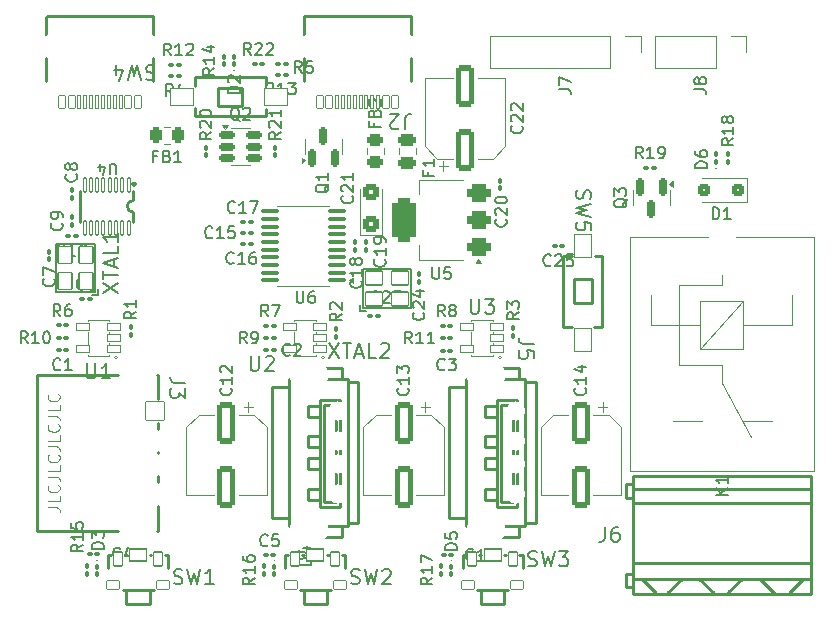
<source format=gto>
G04 #@! TF.GenerationSoftware,KiCad,Pcbnew,8.0.2*
G04 #@! TF.CreationDate,2024-05-22T22:05:32+08:00*
G04 #@! TF.ProjectId,pppc_usb_hub,70707063-5f75-4736-925f-6875622e6b69,rev?*
G04 #@! TF.SameCoordinates,Original*
G04 #@! TF.FileFunction,Legend,Top*
G04 #@! TF.FilePolarity,Positive*
%FSLAX46Y46*%
G04 Gerber Fmt 4.6, Leading zero omitted, Abs format (unit mm)*
G04 Created by KiCad (PCBNEW 8.0.2) date 2024-05-22 22:05:32*
%MOMM*%
%LPD*%
G01*
G04 APERTURE LIST*
G04 Aperture macros list*
%AMRoundRect*
0 Rectangle with rounded corners*
0 $1 Rounding radius*
0 $2 $3 $4 $5 $6 $7 $8 $9 X,Y pos of 4 corners*
0 Add a 4 corners polygon primitive as box body*
4,1,4,$2,$3,$4,$5,$6,$7,$8,$9,$2,$3,0*
0 Add four circle primitives for the rounded corners*
1,1,$1+$1,$2,$3*
1,1,$1+$1,$4,$5*
1,1,$1+$1,$6,$7*
1,1,$1+$1,$8,$9*
0 Add four rect primitives between the rounded corners*
20,1,$1+$1,$2,$3,$4,$5,0*
20,1,$1+$1,$4,$5,$6,$7,0*
20,1,$1+$1,$6,$7,$8,$9,0*
20,1,$1+$1,$8,$9,$2,$3,0*%
G04 Aperture macros list end*
%ADD10C,0.100000*%
%ADD11C,0.150000*%
%ADD12C,0.158750*%
%ADD13C,0.152400*%
%ADD14C,0.254000*%
%ADD15C,0.120000*%
%ADD16C,0.152000*%
%ADD17RoundRect,0.100000X0.130000X0.100000X-0.130000X0.100000X-0.130000X-0.100000X0.130000X-0.100000X0*%
%ADD18RoundRect,0.100000X-0.100000X0.130000X-0.100000X-0.130000X0.100000X-0.130000X0.100000X0.130000X0*%
%ADD19C,0.900000*%
%ADD20C,0.700000*%
%ADD21RoundRect,0.050800X-0.350000X-0.600000X0.350000X-0.600000X0.350000X0.600000X-0.350000X0.600000X0*%
%ADD22RoundRect,0.050800X-0.750000X-0.500000X0.750000X-0.500000X0.750000X0.500000X-0.750000X0.500000X0*%
%ADD23RoundRect,0.050800X-0.550000X-0.350000X0.550000X-0.350000X0.550000X0.350000X-0.550000X0.350000X0*%
%ADD24R,1.700000X1.700000*%
%ADD25O,1.700000X1.700000*%
%ADD26RoundRect,0.100000X0.100000X-0.130000X0.100000X0.130000X-0.100000X0.130000X-0.100000X-0.130000X0*%
%ADD27C,3.000000*%
%ADD28C,2.500000*%
%ADD29RoundRect,0.050800X-0.550000X-0.300000X0.550000X-0.300000X0.550000X0.300000X-0.550000X0.300000X0*%
%ADD30RoundRect,0.250000X-0.550000X1.500000X-0.550000X-1.500000X0.550000X-1.500000X0.550000X1.500000X0*%
%ADD31RoundRect,0.150000X-0.150000X0.587500X-0.150000X-0.587500X0.150000X-0.587500X0.150000X0.587500X0*%
%ADD32RoundRect,0.250000X0.300000X0.300000X-0.300000X0.300000X-0.300000X-0.300000X0.300000X-0.300000X0*%
%ADD33RoundRect,0.375000X0.625000X0.375000X-0.625000X0.375000X-0.625000X-0.375000X0.625000X-0.375000X0*%
%ADD34RoundRect,0.500000X0.500000X1.400000X-0.500000X1.400000X-0.500000X-1.400000X0.500000X-1.400000X0*%
%ADD35RoundRect,0.150000X0.150000X-0.587500X0.150000X0.587500X-0.150000X0.587500X-0.150000X-0.587500X0*%
%ADD36RoundRect,0.250000X0.475000X-0.250000X0.475000X0.250000X-0.475000X0.250000X-0.475000X-0.250000X0*%
%ADD37RoundRect,0.100000X-0.130000X-0.100000X0.130000X-0.100000X0.130000X0.100000X-0.130000X0.100000X0*%
%ADD38O,1.625600X1.625600*%
%ADD39O,3.301600X2.101600*%
%ADD40RoundRect,0.050000X-0.125000X0.600000X-0.125000X-0.600000X0.125000X-0.600000X0.125000X0.600000X0*%
%ADD41RoundRect,0.050000X0.800000X-0.800000X0.800000X0.800000X-0.800000X0.800000X-0.800000X-0.800000X0*%
%ADD42O,2.900000X1.400000*%
%ADD43RoundRect,0.250000X0.425000X-0.450000X0.425000X0.450000X-0.425000X0.450000X-0.425000X-0.450000X0*%
%ADD44RoundRect,0.050000X0.275000X0.550000X-0.275000X0.550000X-0.275000X-0.550000X0.275000X-0.550000X0*%
%ADD45RoundRect,0.050000X0.150000X0.550000X-0.150000X0.550000X-0.150000X-0.550000X0.150000X-0.550000X0*%
%ADD46O,1.200000X2.100000*%
%ADD47O,1.300000X1.900000*%
%ADD48O,2.501600X2.501600*%
%ADD49RoundRect,0.050800X-0.700000X-0.600000X0.700000X-0.600000X0.700000X0.600000X-0.700000X0.600000X0*%
%ADD50RoundRect,0.243750X-0.456250X0.243750X-0.456250X-0.243750X0.456250X-0.243750X0.456250X0.243750X0*%
%ADD51RoundRect,0.250000X0.550000X-1.500000X0.550000X1.500000X-0.550000X1.500000X-0.550000X-1.500000X0*%
%ADD52RoundRect,0.100000X0.637500X0.100000X-0.637500X0.100000X-0.637500X-0.100000X0.637500X-0.100000X0*%
%ADD53RoundRect,0.243750X-0.243750X-0.456250X0.243750X-0.456250X0.243750X0.456250X-0.243750X0.456250X0*%
%ADD54RoundRect,0.150000X-0.512500X-0.150000X0.512500X-0.150000X0.512500X0.150000X-0.512500X0.150000X0*%
%ADD55C,3.500000*%
%ADD56RoundRect,0.050800X-0.750000X0.950000X-0.750000X-0.950000X0.750000X-0.950000X0.750000X0.950000X0*%
%ADD57RoundRect,0.050800X0.600000X-0.700000X0.600000X0.700000X-0.600000X0.700000X-0.600000X-0.700000X0*%
%ADD58RoundRect,0.050800X0.950000X0.750000X-0.950000X0.750000X-0.950000X-0.750000X0.950000X-0.750000X0*%
G04 APERTURE END LIST*
D10*
X82272419Y-98219048D02*
X82986704Y-98219048D01*
X82986704Y-98219048D02*
X83129561Y-98266667D01*
X83129561Y-98266667D02*
X83224800Y-98361905D01*
X83224800Y-98361905D02*
X83272419Y-98504762D01*
X83272419Y-98504762D02*
X83272419Y-98600000D01*
X83272419Y-97266667D02*
X83272419Y-97742857D01*
X83272419Y-97742857D02*
X82272419Y-97742857D01*
X83177180Y-96361905D02*
X83224800Y-96409524D01*
X83224800Y-96409524D02*
X83272419Y-96552381D01*
X83272419Y-96552381D02*
X83272419Y-96647619D01*
X83272419Y-96647619D02*
X83224800Y-96790476D01*
X83224800Y-96790476D02*
X83129561Y-96885714D01*
X83129561Y-96885714D02*
X83034323Y-96933333D01*
X83034323Y-96933333D02*
X82843847Y-96980952D01*
X82843847Y-96980952D02*
X82700990Y-96980952D01*
X82700990Y-96980952D02*
X82510514Y-96933333D01*
X82510514Y-96933333D02*
X82415276Y-96885714D01*
X82415276Y-96885714D02*
X82320038Y-96790476D01*
X82320038Y-96790476D02*
X82272419Y-96647619D01*
X82272419Y-96647619D02*
X82272419Y-96552381D01*
X82272419Y-96552381D02*
X82320038Y-96409524D01*
X82320038Y-96409524D02*
X82367657Y-96361905D01*
X82272419Y-95647619D02*
X82986704Y-95647619D01*
X82986704Y-95647619D02*
X83129561Y-95695238D01*
X83129561Y-95695238D02*
X83224800Y-95790476D01*
X83224800Y-95790476D02*
X83272419Y-95933333D01*
X83272419Y-95933333D02*
X83272419Y-96028571D01*
X83272419Y-94695238D02*
X83272419Y-95171428D01*
X83272419Y-95171428D02*
X82272419Y-95171428D01*
X83177180Y-93790476D02*
X83224800Y-93838095D01*
X83224800Y-93838095D02*
X83272419Y-93980952D01*
X83272419Y-93980952D02*
X83272419Y-94076190D01*
X83272419Y-94076190D02*
X83224800Y-94219047D01*
X83224800Y-94219047D02*
X83129561Y-94314285D01*
X83129561Y-94314285D02*
X83034323Y-94361904D01*
X83034323Y-94361904D02*
X82843847Y-94409523D01*
X82843847Y-94409523D02*
X82700990Y-94409523D01*
X82700990Y-94409523D02*
X82510514Y-94361904D01*
X82510514Y-94361904D02*
X82415276Y-94314285D01*
X82415276Y-94314285D02*
X82320038Y-94219047D01*
X82320038Y-94219047D02*
X82272419Y-94076190D01*
X82272419Y-94076190D02*
X82272419Y-93980952D01*
X82272419Y-93980952D02*
X82320038Y-93838095D01*
X82320038Y-93838095D02*
X82367657Y-93790476D01*
X82272419Y-93076190D02*
X82986704Y-93076190D01*
X82986704Y-93076190D02*
X83129561Y-93123809D01*
X83129561Y-93123809D02*
X83224800Y-93219047D01*
X83224800Y-93219047D02*
X83272419Y-93361904D01*
X83272419Y-93361904D02*
X83272419Y-93457142D01*
X83272419Y-92123809D02*
X83272419Y-92599999D01*
X83272419Y-92599999D02*
X82272419Y-92599999D01*
X83177180Y-91219047D02*
X83224800Y-91266666D01*
X83224800Y-91266666D02*
X83272419Y-91409523D01*
X83272419Y-91409523D02*
X83272419Y-91504761D01*
X83272419Y-91504761D02*
X83224800Y-91647618D01*
X83224800Y-91647618D02*
X83129561Y-91742856D01*
X83129561Y-91742856D02*
X83034323Y-91790475D01*
X83034323Y-91790475D02*
X82843847Y-91838094D01*
X82843847Y-91838094D02*
X82700990Y-91838094D01*
X82700990Y-91838094D02*
X82510514Y-91790475D01*
X82510514Y-91790475D02*
X82415276Y-91742856D01*
X82415276Y-91742856D02*
X82320038Y-91647618D01*
X82320038Y-91647618D02*
X82272419Y-91504761D01*
X82272419Y-91504761D02*
X82272419Y-91409523D01*
X82272419Y-91409523D02*
X82320038Y-91266666D01*
X82320038Y-91266666D02*
X82367657Y-91219047D01*
X82272419Y-90504761D02*
X82986704Y-90504761D01*
X82986704Y-90504761D02*
X83129561Y-90552380D01*
X83129561Y-90552380D02*
X83224800Y-90647618D01*
X83224800Y-90647618D02*
X83272419Y-90790475D01*
X83272419Y-90790475D02*
X83272419Y-90885713D01*
X83272419Y-89552380D02*
X83272419Y-90028570D01*
X83272419Y-90028570D02*
X82272419Y-90028570D01*
X83177180Y-88647618D02*
X83224800Y-88695237D01*
X83224800Y-88695237D02*
X83272419Y-88838094D01*
X83272419Y-88838094D02*
X83272419Y-88933332D01*
X83272419Y-88933332D02*
X83224800Y-89076189D01*
X83224800Y-89076189D02*
X83129561Y-89171427D01*
X83129561Y-89171427D02*
X83034323Y-89219046D01*
X83034323Y-89219046D02*
X82843847Y-89266665D01*
X82843847Y-89266665D02*
X82700990Y-89266665D01*
X82700990Y-89266665D02*
X82510514Y-89219046D01*
X82510514Y-89219046D02*
X82415276Y-89171427D01*
X82415276Y-89171427D02*
X82320038Y-89076189D01*
X82320038Y-89076189D02*
X82272419Y-88933332D01*
X82272419Y-88933332D02*
X82272419Y-88838094D01*
X82272419Y-88838094D02*
X82320038Y-88695237D01*
X82320038Y-88695237D02*
X82367657Y-88647618D01*
D11*
X103759523Y-61454819D02*
X103426190Y-60978628D01*
X103188095Y-61454819D02*
X103188095Y-60454819D01*
X103188095Y-60454819D02*
X103569047Y-60454819D01*
X103569047Y-60454819D02*
X103664285Y-60502438D01*
X103664285Y-60502438D02*
X103711904Y-60550057D01*
X103711904Y-60550057D02*
X103759523Y-60645295D01*
X103759523Y-60645295D02*
X103759523Y-60788152D01*
X103759523Y-60788152D02*
X103711904Y-60883390D01*
X103711904Y-60883390D02*
X103664285Y-60931009D01*
X103664285Y-60931009D02*
X103569047Y-60978628D01*
X103569047Y-60978628D02*
X103188095Y-60978628D01*
X104664285Y-60454819D02*
X104188095Y-60454819D01*
X104188095Y-60454819D02*
X104140476Y-60931009D01*
X104140476Y-60931009D02*
X104188095Y-60883390D01*
X104188095Y-60883390D02*
X104283333Y-60835771D01*
X104283333Y-60835771D02*
X104521428Y-60835771D01*
X104521428Y-60835771D02*
X104616666Y-60883390D01*
X104616666Y-60883390D02*
X104664285Y-60931009D01*
X104664285Y-60931009D02*
X104711904Y-61026247D01*
X104711904Y-61026247D02*
X104711904Y-61264342D01*
X104711904Y-61264342D02*
X104664285Y-61359580D01*
X104664285Y-61359580D02*
X104616666Y-61407200D01*
X104616666Y-61407200D02*
X104521428Y-61454819D01*
X104521428Y-61454819D02*
X104283333Y-61454819D01*
X104283333Y-61454819D02*
X104188095Y-61407200D01*
X104188095Y-61407200D02*
X104140476Y-61359580D01*
X99107142Y-84354919D02*
X98773809Y-83878728D01*
X98535714Y-84354919D02*
X98535714Y-83354919D01*
X98535714Y-83354919D02*
X98916666Y-83354919D01*
X98916666Y-83354919D02*
X99011904Y-83402538D01*
X99011904Y-83402538D02*
X99059523Y-83450157D01*
X99059523Y-83450157D02*
X99107142Y-83545395D01*
X99107142Y-83545395D02*
X99107142Y-83688252D01*
X99107142Y-83688252D02*
X99059523Y-83783490D01*
X99059523Y-83783490D02*
X99011904Y-83831109D01*
X99011904Y-83831109D02*
X98916666Y-83878728D01*
X98916666Y-83878728D02*
X98535714Y-83878728D01*
X99583333Y-84354919D02*
X99773809Y-84354919D01*
X99773809Y-84354919D02*
X99869047Y-84307300D01*
X99869047Y-84307300D02*
X99916666Y-84259680D01*
X99916666Y-84259680D02*
X100011904Y-84116823D01*
X100011904Y-84116823D02*
X100059523Y-83926347D01*
X100059523Y-83926347D02*
X100059523Y-83545395D01*
X100059523Y-83545395D02*
X100011904Y-83450157D01*
X100011904Y-83450157D02*
X99964285Y-83402538D01*
X99964285Y-83402538D02*
X99869047Y-83354919D01*
X99869047Y-83354919D02*
X99678571Y-83354919D01*
X99678571Y-83354919D02*
X99583333Y-83402538D01*
X99583333Y-83402538D02*
X99535714Y-83450157D01*
X99535714Y-83450157D02*
X99488095Y-83545395D01*
X99488095Y-83545395D02*
X99488095Y-83783490D01*
X99488095Y-83783490D02*
X99535714Y-83878728D01*
X99535714Y-83878728D02*
X99583333Y-83926347D01*
X99583333Y-83926347D02*
X99678571Y-83973966D01*
X99678571Y-83973966D02*
X99869047Y-83973966D01*
X99869047Y-83973966D02*
X99964285Y-83926347D01*
X99964285Y-83926347D02*
X100011904Y-83878728D01*
X100011904Y-83878728D02*
X100059523Y-83783490D01*
X101992319Y-66465476D02*
X101516128Y-66798809D01*
X101992319Y-67036904D02*
X100992319Y-67036904D01*
X100992319Y-67036904D02*
X100992319Y-66655952D01*
X100992319Y-66655952D02*
X101039938Y-66560714D01*
X101039938Y-66560714D02*
X101087557Y-66513095D01*
X101087557Y-66513095D02*
X101182795Y-66465476D01*
X101182795Y-66465476D02*
X101325652Y-66465476D01*
X101325652Y-66465476D02*
X101420890Y-66513095D01*
X101420890Y-66513095D02*
X101468509Y-66560714D01*
X101468509Y-66560714D02*
X101516128Y-66655952D01*
X101516128Y-66655952D02*
X101516128Y-67036904D01*
X101087557Y-66084523D02*
X101039938Y-66036904D01*
X101039938Y-66036904D02*
X100992319Y-65941666D01*
X100992319Y-65941666D02*
X100992319Y-65703571D01*
X100992319Y-65703571D02*
X101039938Y-65608333D01*
X101039938Y-65608333D02*
X101087557Y-65560714D01*
X101087557Y-65560714D02*
X101182795Y-65513095D01*
X101182795Y-65513095D02*
X101278033Y-65513095D01*
X101278033Y-65513095D02*
X101420890Y-65560714D01*
X101420890Y-65560714D02*
X101992319Y-66132142D01*
X101992319Y-66132142D02*
X101992319Y-65513095D01*
X101992319Y-64560714D02*
X101992319Y-65132142D01*
X101992319Y-64846428D02*
X100992319Y-64846428D01*
X100992319Y-64846428D02*
X101135176Y-64941666D01*
X101135176Y-64941666D02*
X101230414Y-65036904D01*
X101230414Y-65036904D02*
X101278033Y-65132142D01*
X107154819Y-81840575D02*
X106678628Y-82173908D01*
X107154819Y-82412003D02*
X106154819Y-82412003D01*
X106154819Y-82412003D02*
X106154819Y-82031051D01*
X106154819Y-82031051D02*
X106202438Y-81935813D01*
X106202438Y-81935813D02*
X106250057Y-81888194D01*
X106250057Y-81888194D02*
X106345295Y-81840575D01*
X106345295Y-81840575D02*
X106488152Y-81840575D01*
X106488152Y-81840575D02*
X106583390Y-81888194D01*
X106583390Y-81888194D02*
X106631009Y-81935813D01*
X106631009Y-81935813D02*
X106678628Y-82031051D01*
X106678628Y-82031051D02*
X106678628Y-82412003D01*
X106250057Y-81459622D02*
X106202438Y-81412003D01*
X106202438Y-81412003D02*
X106154819Y-81316765D01*
X106154819Y-81316765D02*
X106154819Y-81078670D01*
X106154819Y-81078670D02*
X106202438Y-80983432D01*
X106202438Y-80983432D02*
X106250057Y-80935813D01*
X106250057Y-80935813D02*
X106345295Y-80888194D01*
X106345295Y-80888194D02*
X106440533Y-80888194D01*
X106440533Y-80888194D02*
X106583390Y-80935813D01*
X106583390Y-80935813D02*
X107154819Y-81507241D01*
X107154819Y-81507241D02*
X107154819Y-80888194D01*
X101357142Y-63278069D02*
X101023809Y-62801878D01*
X100785714Y-63278069D02*
X100785714Y-62278069D01*
X100785714Y-62278069D02*
X101166666Y-62278069D01*
X101166666Y-62278069D02*
X101261904Y-62325688D01*
X101261904Y-62325688D02*
X101309523Y-62373307D01*
X101309523Y-62373307D02*
X101357142Y-62468545D01*
X101357142Y-62468545D02*
X101357142Y-62611402D01*
X101357142Y-62611402D02*
X101309523Y-62706640D01*
X101309523Y-62706640D02*
X101261904Y-62754259D01*
X101261904Y-62754259D02*
X101166666Y-62801878D01*
X101166666Y-62801878D02*
X100785714Y-62801878D01*
X102309523Y-63278069D02*
X101738095Y-63278069D01*
X102023809Y-63278069D02*
X102023809Y-62278069D01*
X102023809Y-62278069D02*
X101928571Y-62420926D01*
X101928571Y-62420926D02*
X101833333Y-62516164D01*
X101833333Y-62516164D02*
X101738095Y-62563783D01*
X102642857Y-62278069D02*
X103261904Y-62278069D01*
X103261904Y-62278069D02*
X102928571Y-62659021D01*
X102928571Y-62659021D02*
X103071428Y-62659021D01*
X103071428Y-62659021D02*
X103166666Y-62706640D01*
X103166666Y-62706640D02*
X103214285Y-62754259D01*
X103214285Y-62754259D02*
X103261904Y-62849497D01*
X103261904Y-62849497D02*
X103261904Y-63087592D01*
X103261904Y-63087592D02*
X103214285Y-63182830D01*
X103214285Y-63182830D02*
X103166666Y-63230450D01*
X103166666Y-63230450D02*
X103071428Y-63278069D01*
X103071428Y-63278069D02*
X102785714Y-63278069D01*
X102785714Y-63278069D02*
X102690476Y-63230450D01*
X102690476Y-63230450D02*
X102642857Y-63182830D01*
X116904819Y-101851903D02*
X115904819Y-101851903D01*
X115904819Y-101851903D02*
X115904819Y-101613808D01*
X115904819Y-101613808D02*
X115952438Y-101470951D01*
X115952438Y-101470951D02*
X116047676Y-101375713D01*
X116047676Y-101375713D02*
X116142914Y-101328094D01*
X116142914Y-101328094D02*
X116333390Y-101280475D01*
X116333390Y-101280475D02*
X116476247Y-101280475D01*
X116476247Y-101280475D02*
X116666723Y-101328094D01*
X116666723Y-101328094D02*
X116761961Y-101375713D01*
X116761961Y-101375713D02*
X116857200Y-101470951D01*
X116857200Y-101470951D02*
X116904819Y-101613808D01*
X116904819Y-101613808D02*
X116904819Y-101851903D01*
X115904819Y-100375713D02*
X115904819Y-100851903D01*
X115904819Y-100851903D02*
X116381009Y-100899522D01*
X116381009Y-100899522D02*
X116333390Y-100851903D01*
X116333390Y-100851903D02*
X116285771Y-100756665D01*
X116285771Y-100756665D02*
X116285771Y-100518570D01*
X116285771Y-100518570D02*
X116333390Y-100423332D01*
X116333390Y-100423332D02*
X116381009Y-100375713D01*
X116381009Y-100375713D02*
X116476247Y-100328094D01*
X116476247Y-100328094D02*
X116714342Y-100328094D01*
X116714342Y-100328094D02*
X116809580Y-100375713D01*
X116809580Y-100375713D02*
X116857200Y-100423332D01*
X116857200Y-100423332D02*
X116904819Y-100518570D01*
X116904819Y-100518570D02*
X116904819Y-100756665D01*
X116904819Y-100756665D02*
X116857200Y-100851903D01*
X116857200Y-100851903D02*
X116809580Y-100899522D01*
D12*
X122944029Y-103182295D02*
X123125458Y-103242771D01*
X123125458Y-103242771D02*
X123427839Y-103242771D01*
X123427839Y-103242771D02*
X123548791Y-103182295D01*
X123548791Y-103182295D02*
X123609267Y-103121818D01*
X123609267Y-103121818D02*
X123669744Y-103000866D01*
X123669744Y-103000866D02*
X123669744Y-102879914D01*
X123669744Y-102879914D02*
X123609267Y-102758961D01*
X123609267Y-102758961D02*
X123548791Y-102698485D01*
X123548791Y-102698485D02*
X123427839Y-102638009D01*
X123427839Y-102638009D02*
X123185934Y-102577533D01*
X123185934Y-102577533D02*
X123064982Y-102517056D01*
X123064982Y-102517056D02*
X123004505Y-102456580D01*
X123004505Y-102456580D02*
X122944029Y-102335628D01*
X122944029Y-102335628D02*
X122944029Y-102214675D01*
X122944029Y-102214675D02*
X123004505Y-102093723D01*
X123004505Y-102093723D02*
X123064982Y-102033247D01*
X123064982Y-102033247D02*
X123185934Y-101972771D01*
X123185934Y-101972771D02*
X123488315Y-101972771D01*
X123488315Y-101972771D02*
X123669744Y-102033247D01*
X124093077Y-101972771D02*
X124395458Y-103242771D01*
X124395458Y-103242771D02*
X124637363Y-102335628D01*
X124637363Y-102335628D02*
X124879268Y-103242771D01*
X124879268Y-103242771D02*
X125181649Y-101972771D01*
X125544506Y-101972771D02*
X126330697Y-101972771D01*
X126330697Y-101972771D02*
X125907363Y-102456580D01*
X125907363Y-102456580D02*
X126088792Y-102456580D01*
X126088792Y-102456580D02*
X126209744Y-102517056D01*
X126209744Y-102517056D02*
X126270220Y-102577533D01*
X126270220Y-102577533D02*
X126330697Y-102698485D01*
X126330697Y-102698485D02*
X126330697Y-103000866D01*
X126330697Y-103000866D02*
X126270220Y-103121818D01*
X126270220Y-103121818D02*
X126209744Y-103182295D01*
X126209744Y-103182295D02*
X126088792Y-103242771D01*
X126088792Y-103242771D02*
X125725935Y-103242771D01*
X125725935Y-103242771D02*
X125604982Y-103182295D01*
X125604982Y-103182295D02*
X125544506Y-103121818D01*
D11*
X125559819Y-62840476D02*
X126274104Y-62840476D01*
X126274104Y-62840476D02*
X126416961Y-62888095D01*
X126416961Y-62888095D02*
X126512200Y-62983333D01*
X126512200Y-62983333D02*
X126559819Y-63126190D01*
X126559819Y-63126190D02*
X126559819Y-63221428D01*
X125559819Y-62459523D02*
X125559819Y-61792857D01*
X125559819Y-61792857D02*
X126559819Y-62221428D01*
X84659580Y-70040475D02*
X84707200Y-70088094D01*
X84707200Y-70088094D02*
X84754819Y-70230951D01*
X84754819Y-70230951D02*
X84754819Y-70326189D01*
X84754819Y-70326189D02*
X84707200Y-70469046D01*
X84707200Y-70469046D02*
X84611961Y-70564284D01*
X84611961Y-70564284D02*
X84516723Y-70611903D01*
X84516723Y-70611903D02*
X84326247Y-70659522D01*
X84326247Y-70659522D02*
X84183390Y-70659522D01*
X84183390Y-70659522D02*
X83992914Y-70611903D01*
X83992914Y-70611903D02*
X83897676Y-70564284D01*
X83897676Y-70564284D02*
X83802438Y-70469046D01*
X83802438Y-70469046D02*
X83754819Y-70326189D01*
X83754819Y-70326189D02*
X83754819Y-70230951D01*
X83754819Y-70230951D02*
X83802438Y-70088094D01*
X83802438Y-70088094D02*
X83850057Y-70040475D01*
X84183390Y-69469046D02*
X84135771Y-69564284D01*
X84135771Y-69564284D02*
X84088152Y-69611903D01*
X84088152Y-69611903D02*
X83992914Y-69659522D01*
X83992914Y-69659522D02*
X83945295Y-69659522D01*
X83945295Y-69659522D02*
X83850057Y-69611903D01*
X83850057Y-69611903D02*
X83802438Y-69564284D01*
X83802438Y-69564284D02*
X83754819Y-69469046D01*
X83754819Y-69469046D02*
X83754819Y-69278570D01*
X83754819Y-69278570D02*
X83802438Y-69183332D01*
X83802438Y-69183332D02*
X83850057Y-69135713D01*
X83850057Y-69135713D02*
X83945295Y-69088094D01*
X83945295Y-69088094D02*
X83992914Y-69088094D01*
X83992914Y-69088094D02*
X84088152Y-69135713D01*
X84088152Y-69135713D02*
X84135771Y-69183332D01*
X84135771Y-69183332D02*
X84183390Y-69278570D01*
X84183390Y-69278570D02*
X84183390Y-69469046D01*
X84183390Y-69469046D02*
X84231009Y-69564284D01*
X84231009Y-69564284D02*
X84278628Y-69611903D01*
X84278628Y-69611903D02*
X84373866Y-69659522D01*
X84373866Y-69659522D02*
X84564342Y-69659522D01*
X84564342Y-69659522D02*
X84659580Y-69611903D01*
X84659580Y-69611903D02*
X84707200Y-69564284D01*
X84707200Y-69564284D02*
X84754819Y-69469046D01*
X84754819Y-69469046D02*
X84754819Y-69278570D01*
X84754819Y-69278570D02*
X84707200Y-69183332D01*
X84707200Y-69183332D02*
X84659580Y-69135713D01*
X84659580Y-69135713D02*
X84564342Y-69088094D01*
X84564342Y-69088094D02*
X84373866Y-69088094D01*
X84373866Y-69088094D02*
X84278628Y-69135713D01*
X84278628Y-69135713D02*
X84231009Y-69183332D01*
X84231009Y-69183332D02*
X84183390Y-69278570D01*
X98007142Y-77532830D02*
X97959523Y-77580450D01*
X97959523Y-77580450D02*
X97816666Y-77628069D01*
X97816666Y-77628069D02*
X97721428Y-77628069D01*
X97721428Y-77628069D02*
X97578571Y-77580450D01*
X97578571Y-77580450D02*
X97483333Y-77485211D01*
X97483333Y-77485211D02*
X97435714Y-77389973D01*
X97435714Y-77389973D02*
X97388095Y-77199497D01*
X97388095Y-77199497D02*
X97388095Y-77056640D01*
X97388095Y-77056640D02*
X97435714Y-76866164D01*
X97435714Y-76866164D02*
X97483333Y-76770926D01*
X97483333Y-76770926D02*
X97578571Y-76675688D01*
X97578571Y-76675688D02*
X97721428Y-76628069D01*
X97721428Y-76628069D02*
X97816666Y-76628069D01*
X97816666Y-76628069D02*
X97959523Y-76675688D01*
X97959523Y-76675688D02*
X98007142Y-76723307D01*
X98959523Y-77628069D02*
X98388095Y-77628069D01*
X98673809Y-77628069D02*
X98673809Y-76628069D01*
X98673809Y-76628069D02*
X98578571Y-76770926D01*
X98578571Y-76770926D02*
X98483333Y-76866164D01*
X98483333Y-76866164D02*
X98388095Y-76913783D01*
X99816666Y-76628069D02*
X99626190Y-76628069D01*
X99626190Y-76628069D02*
X99530952Y-76675688D01*
X99530952Y-76675688D02*
X99483333Y-76723307D01*
X99483333Y-76723307D02*
X99388095Y-76866164D01*
X99388095Y-76866164D02*
X99340476Y-77056640D01*
X99340476Y-77056640D02*
X99340476Y-77437592D01*
X99340476Y-77437592D02*
X99388095Y-77532830D01*
X99388095Y-77532830D02*
X99435714Y-77580450D01*
X99435714Y-77580450D02*
X99530952Y-77628069D01*
X99530952Y-77628069D02*
X99721428Y-77628069D01*
X99721428Y-77628069D02*
X99816666Y-77580450D01*
X99816666Y-77580450D02*
X99864285Y-77532830D01*
X99864285Y-77532830D02*
X99911904Y-77437592D01*
X99911904Y-77437592D02*
X99911904Y-77199497D01*
X99911904Y-77199497D02*
X99864285Y-77104259D01*
X99864285Y-77104259D02*
X99816666Y-77056640D01*
X99816666Y-77056640D02*
X99721428Y-77009021D01*
X99721428Y-77009021D02*
X99530952Y-77009021D01*
X99530952Y-77009021D02*
X99435714Y-77056640D01*
X99435714Y-77056640D02*
X99388095Y-77104259D01*
X99388095Y-77104259D02*
X99340476Y-77199497D01*
X104528069Y-103095594D02*
X103528069Y-103095594D01*
X103528069Y-103095594D02*
X103528069Y-102857499D01*
X103528069Y-102857499D02*
X103575688Y-102714642D01*
X103575688Y-102714642D02*
X103670926Y-102619404D01*
X103670926Y-102619404D02*
X103766164Y-102571785D01*
X103766164Y-102571785D02*
X103956640Y-102524166D01*
X103956640Y-102524166D02*
X104099497Y-102524166D01*
X104099497Y-102524166D02*
X104289973Y-102571785D01*
X104289973Y-102571785D02*
X104385211Y-102619404D01*
X104385211Y-102619404D02*
X104480450Y-102714642D01*
X104480450Y-102714642D02*
X104528069Y-102857499D01*
X104528069Y-102857499D02*
X104528069Y-103095594D01*
X103861402Y-101667023D02*
X104528069Y-101667023D01*
X103480450Y-101905118D02*
X104194735Y-102143213D01*
X104194735Y-102143213D02*
X104194735Y-101524166D01*
X100883333Y-101436330D02*
X100835714Y-101483950D01*
X100835714Y-101483950D02*
X100692857Y-101531569D01*
X100692857Y-101531569D02*
X100597619Y-101531569D01*
X100597619Y-101531569D02*
X100454762Y-101483950D01*
X100454762Y-101483950D02*
X100359524Y-101388711D01*
X100359524Y-101388711D02*
X100311905Y-101293473D01*
X100311905Y-101293473D02*
X100264286Y-101102997D01*
X100264286Y-101102997D02*
X100264286Y-100960140D01*
X100264286Y-100960140D02*
X100311905Y-100769664D01*
X100311905Y-100769664D02*
X100359524Y-100674426D01*
X100359524Y-100674426D02*
X100454762Y-100579188D01*
X100454762Y-100579188D02*
X100597619Y-100531569D01*
X100597619Y-100531569D02*
X100692857Y-100531569D01*
X100692857Y-100531569D02*
X100835714Y-100579188D01*
X100835714Y-100579188D02*
X100883333Y-100626807D01*
X101788095Y-100531569D02*
X101311905Y-100531569D01*
X101311905Y-100531569D02*
X101264286Y-101007759D01*
X101264286Y-101007759D02*
X101311905Y-100960140D01*
X101311905Y-100960140D02*
X101407143Y-100912521D01*
X101407143Y-100912521D02*
X101645238Y-100912521D01*
X101645238Y-100912521D02*
X101740476Y-100960140D01*
X101740476Y-100960140D02*
X101788095Y-101007759D01*
X101788095Y-101007759D02*
X101835714Y-101102997D01*
X101835714Y-101102997D02*
X101835714Y-101341092D01*
X101835714Y-101341092D02*
X101788095Y-101436330D01*
X101788095Y-101436330D02*
X101740476Y-101483950D01*
X101740476Y-101483950D02*
X101645238Y-101531569D01*
X101645238Y-101531569D02*
X101407143Y-101531569D01*
X101407143Y-101531569D02*
X101311905Y-101483950D01*
X101311905Y-101483950D02*
X101264286Y-101436330D01*
X115868333Y-82081669D02*
X115535000Y-81605478D01*
X115296905Y-82081669D02*
X115296905Y-81081669D01*
X115296905Y-81081669D02*
X115677857Y-81081669D01*
X115677857Y-81081669D02*
X115773095Y-81129288D01*
X115773095Y-81129288D02*
X115820714Y-81176907D01*
X115820714Y-81176907D02*
X115868333Y-81272145D01*
X115868333Y-81272145D02*
X115868333Y-81415002D01*
X115868333Y-81415002D02*
X115820714Y-81510240D01*
X115820714Y-81510240D02*
X115773095Y-81557859D01*
X115773095Y-81557859D02*
X115677857Y-81605478D01*
X115677857Y-81605478D02*
X115296905Y-81605478D01*
X116439762Y-81510240D02*
X116344524Y-81462621D01*
X116344524Y-81462621D02*
X116296905Y-81415002D01*
X116296905Y-81415002D02*
X116249286Y-81319764D01*
X116249286Y-81319764D02*
X116249286Y-81272145D01*
X116249286Y-81272145D02*
X116296905Y-81176907D01*
X116296905Y-81176907D02*
X116344524Y-81129288D01*
X116344524Y-81129288D02*
X116439762Y-81081669D01*
X116439762Y-81081669D02*
X116630238Y-81081669D01*
X116630238Y-81081669D02*
X116725476Y-81129288D01*
X116725476Y-81129288D02*
X116773095Y-81176907D01*
X116773095Y-81176907D02*
X116820714Y-81272145D01*
X116820714Y-81272145D02*
X116820714Y-81319764D01*
X116820714Y-81319764D02*
X116773095Y-81415002D01*
X116773095Y-81415002D02*
X116725476Y-81462621D01*
X116725476Y-81462621D02*
X116630238Y-81510240D01*
X116630238Y-81510240D02*
X116439762Y-81510240D01*
X116439762Y-81510240D02*
X116344524Y-81557859D01*
X116344524Y-81557859D02*
X116296905Y-81605478D01*
X116296905Y-81605478D02*
X116249286Y-81700716D01*
X116249286Y-81700716D02*
X116249286Y-81891192D01*
X116249286Y-81891192D02*
X116296905Y-81986430D01*
X116296905Y-81986430D02*
X116344524Y-82034050D01*
X116344524Y-82034050D02*
X116439762Y-82081669D01*
X116439762Y-82081669D02*
X116630238Y-82081669D01*
X116630238Y-82081669D02*
X116725476Y-82034050D01*
X116725476Y-82034050D02*
X116773095Y-81986430D01*
X116773095Y-81986430D02*
X116820714Y-81891192D01*
X116820714Y-81891192D02*
X116820714Y-81700716D01*
X116820714Y-81700716D02*
X116773095Y-81605478D01*
X116773095Y-81605478D02*
X116725476Y-81557859D01*
X116725476Y-81557859D02*
X116630238Y-81510240D01*
X82759580Y-78892856D02*
X82807200Y-78940475D01*
X82807200Y-78940475D02*
X82854819Y-79083332D01*
X82854819Y-79083332D02*
X82854819Y-79178570D01*
X82854819Y-79178570D02*
X82807200Y-79321427D01*
X82807200Y-79321427D02*
X82711961Y-79416665D01*
X82711961Y-79416665D02*
X82616723Y-79464284D01*
X82616723Y-79464284D02*
X82426247Y-79511903D01*
X82426247Y-79511903D02*
X82283390Y-79511903D01*
X82283390Y-79511903D02*
X82092914Y-79464284D01*
X82092914Y-79464284D02*
X81997676Y-79416665D01*
X81997676Y-79416665D02*
X81902438Y-79321427D01*
X81902438Y-79321427D02*
X81854819Y-79178570D01*
X81854819Y-79178570D02*
X81854819Y-79083332D01*
X81854819Y-79083332D02*
X81902438Y-78940475D01*
X81902438Y-78940475D02*
X81950057Y-78892856D01*
X81854819Y-78559522D02*
X81854819Y-77892856D01*
X81854819Y-77892856D02*
X82854819Y-78321427D01*
X121059580Y-73845238D02*
X121107200Y-73892857D01*
X121107200Y-73892857D02*
X121154819Y-74035714D01*
X121154819Y-74035714D02*
X121154819Y-74130952D01*
X121154819Y-74130952D02*
X121107200Y-74273809D01*
X121107200Y-74273809D02*
X121011961Y-74369047D01*
X121011961Y-74369047D02*
X120916723Y-74416666D01*
X120916723Y-74416666D02*
X120726247Y-74464285D01*
X120726247Y-74464285D02*
X120583390Y-74464285D01*
X120583390Y-74464285D02*
X120392914Y-74416666D01*
X120392914Y-74416666D02*
X120297676Y-74369047D01*
X120297676Y-74369047D02*
X120202438Y-74273809D01*
X120202438Y-74273809D02*
X120154819Y-74130952D01*
X120154819Y-74130952D02*
X120154819Y-74035714D01*
X120154819Y-74035714D02*
X120202438Y-73892857D01*
X120202438Y-73892857D02*
X120250057Y-73845238D01*
X120250057Y-73464285D02*
X120202438Y-73416666D01*
X120202438Y-73416666D02*
X120154819Y-73321428D01*
X120154819Y-73321428D02*
X120154819Y-73083333D01*
X120154819Y-73083333D02*
X120202438Y-72988095D01*
X120202438Y-72988095D02*
X120250057Y-72940476D01*
X120250057Y-72940476D02*
X120345295Y-72892857D01*
X120345295Y-72892857D02*
X120440533Y-72892857D01*
X120440533Y-72892857D02*
X120583390Y-72940476D01*
X120583390Y-72940476D02*
X121154819Y-73511904D01*
X121154819Y-73511904D02*
X121154819Y-72892857D01*
X120154819Y-72273809D02*
X120154819Y-72178571D01*
X120154819Y-72178571D02*
X120202438Y-72083333D01*
X120202438Y-72083333D02*
X120250057Y-72035714D01*
X120250057Y-72035714D02*
X120345295Y-71988095D01*
X120345295Y-71988095D02*
X120535771Y-71940476D01*
X120535771Y-71940476D02*
X120773866Y-71940476D01*
X120773866Y-71940476D02*
X120964342Y-71988095D01*
X120964342Y-71988095D02*
X121059580Y-72035714D01*
X121059580Y-72035714D02*
X121107200Y-72083333D01*
X121107200Y-72083333D02*
X121154819Y-72178571D01*
X121154819Y-72178571D02*
X121154819Y-72273809D01*
X121154819Y-72273809D02*
X121107200Y-72369047D01*
X121107200Y-72369047D02*
X121059580Y-72416666D01*
X121059580Y-72416666D02*
X120964342Y-72464285D01*
X120964342Y-72464285D02*
X120773866Y-72511904D01*
X120773866Y-72511904D02*
X120535771Y-72511904D01*
X120535771Y-72511904D02*
X120345295Y-72464285D01*
X120345295Y-72464285D02*
X120250057Y-72416666D01*
X120250057Y-72416666D02*
X120202438Y-72369047D01*
X120202438Y-72369047D02*
X120154819Y-72273809D01*
X99781569Y-104192857D02*
X99305378Y-104526190D01*
X99781569Y-104764285D02*
X98781569Y-104764285D01*
X98781569Y-104764285D02*
X98781569Y-104383333D01*
X98781569Y-104383333D02*
X98829188Y-104288095D01*
X98829188Y-104288095D02*
X98876807Y-104240476D01*
X98876807Y-104240476D02*
X98972045Y-104192857D01*
X98972045Y-104192857D02*
X99114902Y-104192857D01*
X99114902Y-104192857D02*
X99210140Y-104240476D01*
X99210140Y-104240476D02*
X99257759Y-104288095D01*
X99257759Y-104288095D02*
X99305378Y-104383333D01*
X99305378Y-104383333D02*
X99305378Y-104764285D01*
X99781569Y-103240476D02*
X99781569Y-103811904D01*
X99781569Y-103526190D02*
X98781569Y-103526190D01*
X98781569Y-103526190D02*
X98924426Y-103621428D01*
X98924426Y-103621428D02*
X99019664Y-103716666D01*
X99019664Y-103716666D02*
X99067283Y-103811904D01*
X98781569Y-102383333D02*
X98781569Y-102573809D01*
X98781569Y-102573809D02*
X98829188Y-102669047D01*
X98829188Y-102669047D02*
X98876807Y-102716666D01*
X98876807Y-102716666D02*
X99019664Y-102811904D01*
X99019664Y-102811904D02*
X99210140Y-102859523D01*
X99210140Y-102859523D02*
X99591092Y-102859523D01*
X99591092Y-102859523D02*
X99686330Y-102811904D01*
X99686330Y-102811904D02*
X99733950Y-102764285D01*
X99733950Y-102764285D02*
X99781569Y-102669047D01*
X99781569Y-102669047D02*
X99781569Y-102478571D01*
X99781569Y-102478571D02*
X99733950Y-102383333D01*
X99733950Y-102383333D02*
X99686330Y-102335714D01*
X99686330Y-102335714D02*
X99591092Y-102288095D01*
X99591092Y-102288095D02*
X99352997Y-102288095D01*
X99352997Y-102288095D02*
X99257759Y-102335714D01*
X99257759Y-102335714D02*
X99210140Y-102383333D01*
X99210140Y-102383333D02*
X99162521Y-102478571D01*
X99162521Y-102478571D02*
X99162521Y-102669047D01*
X99162521Y-102669047D02*
X99210140Y-102764285D01*
X99210140Y-102764285D02*
X99257759Y-102811904D01*
X99257759Y-102811904D02*
X99352997Y-102859523D01*
X118259523Y-102659580D02*
X118211904Y-102707200D01*
X118211904Y-102707200D02*
X118069047Y-102754819D01*
X118069047Y-102754819D02*
X117973809Y-102754819D01*
X117973809Y-102754819D02*
X117830952Y-102707200D01*
X117830952Y-102707200D02*
X117735714Y-102611961D01*
X117735714Y-102611961D02*
X117688095Y-102516723D01*
X117688095Y-102516723D02*
X117640476Y-102326247D01*
X117640476Y-102326247D02*
X117640476Y-102183390D01*
X117640476Y-102183390D02*
X117688095Y-101992914D01*
X117688095Y-101992914D02*
X117735714Y-101897676D01*
X117735714Y-101897676D02*
X117830952Y-101802438D01*
X117830952Y-101802438D02*
X117973809Y-101754819D01*
X117973809Y-101754819D02*
X118069047Y-101754819D01*
X118069047Y-101754819D02*
X118211904Y-101802438D01*
X118211904Y-101802438D02*
X118259523Y-101850057D01*
X119211904Y-102754819D02*
X118640476Y-102754819D01*
X118926190Y-102754819D02*
X118926190Y-101754819D01*
X118926190Y-101754819D02*
X118830952Y-101897676D01*
X118830952Y-101897676D02*
X118735714Y-101992914D01*
X118735714Y-101992914D02*
X118640476Y-102040533D01*
X120164285Y-102754819D02*
X119592857Y-102754819D01*
X119878571Y-102754819D02*
X119878571Y-101754819D01*
X119878571Y-101754819D02*
X119783333Y-101897676D01*
X119783333Y-101897676D02*
X119688095Y-101992914D01*
X119688095Y-101992914D02*
X119592857Y-102040533D01*
X139824819Y-97162296D02*
X138824819Y-97162296D01*
X139824819Y-96590868D02*
X139253390Y-97019439D01*
X138824819Y-96590868D02*
X139396247Y-97162296D01*
X139824819Y-95638487D02*
X139824819Y-96209915D01*
X139824819Y-95924201D02*
X138824819Y-95924201D01*
X138824819Y-95924201D02*
X138967676Y-96019439D01*
X138967676Y-96019439D02*
X139062914Y-96114677D01*
X139062914Y-96114677D02*
X139110533Y-96209915D01*
X137009819Y-62840476D02*
X137724104Y-62840476D01*
X137724104Y-62840476D02*
X137866961Y-62888095D01*
X137866961Y-62888095D02*
X137962200Y-62983333D01*
X137962200Y-62983333D02*
X138009819Y-63126190D01*
X138009819Y-63126190D02*
X138009819Y-63221428D01*
X137438390Y-62221428D02*
X137390771Y-62316666D01*
X137390771Y-62316666D02*
X137343152Y-62364285D01*
X137343152Y-62364285D02*
X137247914Y-62411904D01*
X137247914Y-62411904D02*
X137200295Y-62411904D01*
X137200295Y-62411904D02*
X137105057Y-62364285D01*
X137105057Y-62364285D02*
X137057438Y-62316666D01*
X137057438Y-62316666D02*
X137009819Y-62221428D01*
X137009819Y-62221428D02*
X137009819Y-62030952D01*
X137009819Y-62030952D02*
X137057438Y-61935714D01*
X137057438Y-61935714D02*
X137105057Y-61888095D01*
X137105057Y-61888095D02*
X137200295Y-61840476D01*
X137200295Y-61840476D02*
X137247914Y-61840476D01*
X137247914Y-61840476D02*
X137343152Y-61888095D01*
X137343152Y-61888095D02*
X137390771Y-61935714D01*
X137390771Y-61935714D02*
X137438390Y-62030952D01*
X137438390Y-62030952D02*
X137438390Y-62221428D01*
X137438390Y-62221428D02*
X137486009Y-62316666D01*
X137486009Y-62316666D02*
X137533628Y-62364285D01*
X137533628Y-62364285D02*
X137628866Y-62411904D01*
X137628866Y-62411904D02*
X137819342Y-62411904D01*
X137819342Y-62411904D02*
X137914580Y-62364285D01*
X137914580Y-62364285D02*
X137962200Y-62316666D01*
X137962200Y-62316666D02*
X138009819Y-62221428D01*
X138009819Y-62221428D02*
X138009819Y-62030952D01*
X138009819Y-62030952D02*
X137962200Y-61935714D01*
X137962200Y-61935714D02*
X137914580Y-61888095D01*
X137914580Y-61888095D02*
X137819342Y-61840476D01*
X137819342Y-61840476D02*
X137628866Y-61840476D01*
X137628866Y-61840476D02*
X137533628Y-61888095D01*
X137533628Y-61888095D02*
X137486009Y-61935714D01*
X137486009Y-61935714D02*
X137438390Y-62030952D01*
D12*
X85570380Y-86058927D02*
X85570380Y-87087022D01*
X85570380Y-87087022D02*
X85630857Y-87207974D01*
X85630857Y-87207974D02*
X85691333Y-87268451D01*
X85691333Y-87268451D02*
X85812285Y-87328927D01*
X85812285Y-87328927D02*
X86054190Y-87328927D01*
X86054190Y-87328927D02*
X86175142Y-87268451D01*
X86175142Y-87268451D02*
X86235619Y-87207974D01*
X86235619Y-87207974D02*
X86296095Y-87087022D01*
X86296095Y-87087022D02*
X86296095Y-86058927D01*
X87566095Y-87328927D02*
X86840380Y-87328927D01*
X87203237Y-87328927D02*
X87203237Y-86058927D01*
X87203237Y-86058927D02*
X87082285Y-86240355D01*
X87082285Y-86240355D02*
X86961333Y-86361308D01*
X86961333Y-86361308D02*
X86840380Y-86421784D01*
D11*
X98504819Y-63199284D02*
X97504819Y-63199284D01*
X97504819Y-63199284D02*
X97504819Y-62961189D01*
X97504819Y-62961189D02*
X97552438Y-62818332D01*
X97552438Y-62818332D02*
X97647676Y-62723094D01*
X97647676Y-62723094D02*
X97742914Y-62675475D01*
X97742914Y-62675475D02*
X97933390Y-62627856D01*
X97933390Y-62627856D02*
X98076247Y-62627856D01*
X98076247Y-62627856D02*
X98266723Y-62675475D01*
X98266723Y-62675475D02*
X98361961Y-62723094D01*
X98361961Y-62723094D02*
X98457200Y-62818332D01*
X98457200Y-62818332D02*
X98504819Y-62961189D01*
X98504819Y-62961189D02*
X98504819Y-63199284D01*
X97600057Y-62246903D02*
X97552438Y-62199284D01*
X97552438Y-62199284D02*
X97504819Y-62104046D01*
X97504819Y-62104046D02*
X97504819Y-61865951D01*
X97504819Y-61865951D02*
X97552438Y-61770713D01*
X97552438Y-61770713D02*
X97600057Y-61723094D01*
X97600057Y-61723094D02*
X97695295Y-61675475D01*
X97695295Y-61675475D02*
X97790533Y-61675475D01*
X97790533Y-61675475D02*
X97933390Y-61723094D01*
X97933390Y-61723094D02*
X98504819Y-62294522D01*
X98504819Y-62294522D02*
X98504819Y-61675475D01*
X112759580Y-88140576D02*
X112807200Y-88188195D01*
X112807200Y-88188195D02*
X112854819Y-88331052D01*
X112854819Y-88331052D02*
X112854819Y-88426290D01*
X112854819Y-88426290D02*
X112807200Y-88569147D01*
X112807200Y-88569147D02*
X112711961Y-88664385D01*
X112711961Y-88664385D02*
X112616723Y-88712004D01*
X112616723Y-88712004D02*
X112426247Y-88759623D01*
X112426247Y-88759623D02*
X112283390Y-88759623D01*
X112283390Y-88759623D02*
X112092914Y-88712004D01*
X112092914Y-88712004D02*
X111997676Y-88664385D01*
X111997676Y-88664385D02*
X111902438Y-88569147D01*
X111902438Y-88569147D02*
X111854819Y-88426290D01*
X111854819Y-88426290D02*
X111854819Y-88331052D01*
X111854819Y-88331052D02*
X111902438Y-88188195D01*
X111902438Y-88188195D02*
X111950057Y-88140576D01*
X112854819Y-87188195D02*
X112854819Y-87759623D01*
X112854819Y-87473909D02*
X111854819Y-87473909D01*
X111854819Y-87473909D02*
X111997676Y-87569147D01*
X111997676Y-87569147D02*
X112092914Y-87664385D01*
X112092914Y-87664385D02*
X112140533Y-87759623D01*
X111854819Y-86854861D02*
X111854819Y-86235814D01*
X111854819Y-86235814D02*
X112235771Y-86569147D01*
X112235771Y-86569147D02*
X112235771Y-86426290D01*
X112235771Y-86426290D02*
X112283390Y-86331052D01*
X112283390Y-86331052D02*
X112331009Y-86283433D01*
X112331009Y-86283433D02*
X112426247Y-86235814D01*
X112426247Y-86235814D02*
X112664342Y-86235814D01*
X112664342Y-86235814D02*
X112759580Y-86283433D01*
X112759580Y-86283433D02*
X112807200Y-86331052D01*
X112807200Y-86331052D02*
X112854819Y-86426290D01*
X112854819Y-86426290D02*
X112854819Y-86712004D01*
X112854819Y-86712004D02*
X112807200Y-86807242D01*
X112807200Y-86807242D02*
X112759580Y-86854861D01*
X127759580Y-88140576D02*
X127807200Y-88188195D01*
X127807200Y-88188195D02*
X127854819Y-88331052D01*
X127854819Y-88331052D02*
X127854819Y-88426290D01*
X127854819Y-88426290D02*
X127807200Y-88569147D01*
X127807200Y-88569147D02*
X127711961Y-88664385D01*
X127711961Y-88664385D02*
X127616723Y-88712004D01*
X127616723Y-88712004D02*
X127426247Y-88759623D01*
X127426247Y-88759623D02*
X127283390Y-88759623D01*
X127283390Y-88759623D02*
X127092914Y-88712004D01*
X127092914Y-88712004D02*
X126997676Y-88664385D01*
X126997676Y-88664385D02*
X126902438Y-88569147D01*
X126902438Y-88569147D02*
X126854819Y-88426290D01*
X126854819Y-88426290D02*
X126854819Y-88331052D01*
X126854819Y-88331052D02*
X126902438Y-88188195D01*
X126902438Y-88188195D02*
X126950057Y-88140576D01*
X127854819Y-87188195D02*
X127854819Y-87759623D01*
X127854819Y-87473909D02*
X126854819Y-87473909D01*
X126854819Y-87473909D02*
X126997676Y-87569147D01*
X126997676Y-87569147D02*
X127092914Y-87664385D01*
X127092914Y-87664385D02*
X127140533Y-87759623D01*
X127188152Y-86331052D02*
X127854819Y-86331052D01*
X126807200Y-86569147D02*
X127521485Y-86807242D01*
X127521485Y-86807242D02*
X127521485Y-86188195D01*
D12*
X92944029Y-104682295D02*
X93125458Y-104742771D01*
X93125458Y-104742771D02*
X93427839Y-104742771D01*
X93427839Y-104742771D02*
X93548791Y-104682295D01*
X93548791Y-104682295D02*
X93609267Y-104621818D01*
X93609267Y-104621818D02*
X93669744Y-104500866D01*
X93669744Y-104500866D02*
X93669744Y-104379914D01*
X93669744Y-104379914D02*
X93609267Y-104258961D01*
X93609267Y-104258961D02*
X93548791Y-104198485D01*
X93548791Y-104198485D02*
X93427839Y-104138009D01*
X93427839Y-104138009D02*
X93185934Y-104077533D01*
X93185934Y-104077533D02*
X93064982Y-104017056D01*
X93064982Y-104017056D02*
X93004505Y-103956580D01*
X93004505Y-103956580D02*
X92944029Y-103835628D01*
X92944029Y-103835628D02*
X92944029Y-103714675D01*
X92944029Y-103714675D02*
X93004505Y-103593723D01*
X93004505Y-103593723D02*
X93064982Y-103533247D01*
X93064982Y-103533247D02*
X93185934Y-103472771D01*
X93185934Y-103472771D02*
X93488315Y-103472771D01*
X93488315Y-103472771D02*
X93669744Y-103533247D01*
X94093077Y-103472771D02*
X94395458Y-104742771D01*
X94395458Y-104742771D02*
X94637363Y-103835628D01*
X94637363Y-103835628D02*
X94879268Y-104742771D01*
X94879268Y-104742771D02*
X95181649Y-103472771D01*
X96330697Y-104742771D02*
X95604982Y-104742771D01*
X95967839Y-104742771D02*
X95967839Y-103472771D01*
X95967839Y-103472771D02*
X95846887Y-103654199D01*
X95846887Y-103654199D02*
X95725935Y-103775152D01*
X95725935Y-103775152D02*
X95604982Y-103835628D01*
D11*
X122154819Y-81740575D02*
X121678628Y-82073908D01*
X122154819Y-82312003D02*
X121154819Y-82312003D01*
X121154819Y-82312003D02*
X121154819Y-81931051D01*
X121154819Y-81931051D02*
X121202438Y-81835813D01*
X121202438Y-81835813D02*
X121250057Y-81788194D01*
X121250057Y-81788194D02*
X121345295Y-81740575D01*
X121345295Y-81740575D02*
X121488152Y-81740575D01*
X121488152Y-81740575D02*
X121583390Y-81788194D01*
X121583390Y-81788194D02*
X121631009Y-81835813D01*
X121631009Y-81835813D02*
X121678628Y-81931051D01*
X121678628Y-81931051D02*
X121678628Y-82312003D01*
X121154819Y-81407241D02*
X121154819Y-80788194D01*
X121154819Y-80788194D02*
X121535771Y-81121527D01*
X121535771Y-81121527D02*
X121535771Y-80978670D01*
X121535771Y-80978670D02*
X121583390Y-80883432D01*
X121583390Y-80883432D02*
X121631009Y-80835813D01*
X121631009Y-80835813D02*
X121726247Y-80788194D01*
X121726247Y-80788194D02*
X121964342Y-80788194D01*
X121964342Y-80788194D02*
X122059580Y-80835813D01*
X122059580Y-80835813D02*
X122107200Y-80883432D01*
X122107200Y-80883432D02*
X122154819Y-80978670D01*
X122154819Y-80978670D02*
X122154819Y-81264384D01*
X122154819Y-81264384D02*
X122107200Y-81359622D01*
X122107200Y-81359622D02*
X122059580Y-81407241D01*
X131346807Y-72124838D02*
X131299188Y-72220076D01*
X131299188Y-72220076D02*
X131203950Y-72315314D01*
X131203950Y-72315314D02*
X131061092Y-72458171D01*
X131061092Y-72458171D02*
X131013473Y-72553409D01*
X131013473Y-72553409D02*
X131013473Y-72648647D01*
X131251569Y-72601028D02*
X131203950Y-72696266D01*
X131203950Y-72696266D02*
X131108711Y-72791504D01*
X131108711Y-72791504D02*
X130918235Y-72839123D01*
X130918235Y-72839123D02*
X130584902Y-72839123D01*
X130584902Y-72839123D02*
X130394426Y-72791504D01*
X130394426Y-72791504D02*
X130299188Y-72696266D01*
X130299188Y-72696266D02*
X130251569Y-72601028D01*
X130251569Y-72601028D02*
X130251569Y-72410552D01*
X130251569Y-72410552D02*
X130299188Y-72315314D01*
X130299188Y-72315314D02*
X130394426Y-72220076D01*
X130394426Y-72220076D02*
X130584902Y-72172457D01*
X130584902Y-72172457D02*
X130918235Y-72172457D01*
X130918235Y-72172457D02*
X131108711Y-72220076D01*
X131108711Y-72220076D02*
X131203950Y-72315314D01*
X131203950Y-72315314D02*
X131251569Y-72410552D01*
X131251569Y-72410552D02*
X131251569Y-72601028D01*
X130251569Y-71839123D02*
X130251569Y-71220076D01*
X130251569Y-71220076D02*
X130632521Y-71553409D01*
X130632521Y-71553409D02*
X130632521Y-71410552D01*
X130632521Y-71410552D02*
X130680140Y-71315314D01*
X130680140Y-71315314D02*
X130727759Y-71267695D01*
X130727759Y-71267695D02*
X130822997Y-71220076D01*
X130822997Y-71220076D02*
X131061092Y-71220076D01*
X131061092Y-71220076D02*
X131156330Y-71267695D01*
X131156330Y-71267695D02*
X131203950Y-71315314D01*
X131203950Y-71315314D02*
X131251569Y-71410552D01*
X131251569Y-71410552D02*
X131251569Y-71696266D01*
X131251569Y-71696266D02*
X131203950Y-71791504D01*
X131203950Y-71791504D02*
X131156330Y-71839123D01*
X83436330Y-74166666D02*
X83483950Y-74214285D01*
X83483950Y-74214285D02*
X83531569Y-74357142D01*
X83531569Y-74357142D02*
X83531569Y-74452380D01*
X83531569Y-74452380D02*
X83483950Y-74595237D01*
X83483950Y-74595237D02*
X83388711Y-74690475D01*
X83388711Y-74690475D02*
X83293473Y-74738094D01*
X83293473Y-74738094D02*
X83102997Y-74785713D01*
X83102997Y-74785713D02*
X82960140Y-74785713D01*
X82960140Y-74785713D02*
X82769664Y-74738094D01*
X82769664Y-74738094D02*
X82674426Y-74690475D01*
X82674426Y-74690475D02*
X82579188Y-74595237D01*
X82579188Y-74595237D02*
X82531569Y-74452380D01*
X82531569Y-74452380D02*
X82531569Y-74357142D01*
X82531569Y-74357142D02*
X82579188Y-74214285D01*
X82579188Y-74214285D02*
X82626807Y-74166666D01*
X83531569Y-73690475D02*
X83531569Y-73499999D01*
X83531569Y-73499999D02*
X83483950Y-73404761D01*
X83483950Y-73404761D02*
X83436330Y-73357142D01*
X83436330Y-73357142D02*
X83293473Y-73261904D01*
X83293473Y-73261904D02*
X83102997Y-73214285D01*
X83102997Y-73214285D02*
X82722045Y-73214285D01*
X82722045Y-73214285D02*
X82626807Y-73261904D01*
X82626807Y-73261904D02*
X82579188Y-73309523D01*
X82579188Y-73309523D02*
X82531569Y-73404761D01*
X82531569Y-73404761D02*
X82531569Y-73595237D01*
X82531569Y-73595237D02*
X82579188Y-73690475D01*
X82579188Y-73690475D02*
X82626807Y-73738094D01*
X82626807Y-73738094D02*
X82722045Y-73785713D01*
X82722045Y-73785713D02*
X82960140Y-73785713D01*
X82960140Y-73785713D02*
X83055378Y-73738094D01*
X83055378Y-73738094D02*
X83102997Y-73690475D01*
X83102997Y-73690475D02*
X83150616Y-73595237D01*
X83150616Y-73595237D02*
X83150616Y-73404761D01*
X83150616Y-73404761D02*
X83102997Y-73309523D01*
X83102997Y-73309523D02*
X83055378Y-73261904D01*
X83055378Y-73261904D02*
X82960140Y-73214285D01*
X138554405Y-73845169D02*
X138554405Y-72845169D01*
X138554405Y-72845169D02*
X138792500Y-72845169D01*
X138792500Y-72845169D02*
X138935357Y-72892788D01*
X138935357Y-72892788D02*
X139030595Y-72988026D01*
X139030595Y-72988026D02*
X139078214Y-73083264D01*
X139078214Y-73083264D02*
X139125833Y-73273740D01*
X139125833Y-73273740D02*
X139125833Y-73416597D01*
X139125833Y-73416597D02*
X139078214Y-73607073D01*
X139078214Y-73607073D02*
X139030595Y-73702311D01*
X139030595Y-73702311D02*
X138935357Y-73797550D01*
X138935357Y-73797550D02*
X138792500Y-73845169D01*
X138792500Y-73845169D02*
X138554405Y-73845169D01*
X140078214Y-73845169D02*
X139506786Y-73845169D01*
X139792500Y-73845169D02*
X139792500Y-72845169D01*
X139792500Y-72845169D02*
X139697262Y-72988026D01*
X139697262Y-72988026D02*
X139602024Y-73083264D01*
X139602024Y-73083264D02*
X139506786Y-73130883D01*
X114838095Y-77903069D02*
X114838095Y-78712592D01*
X114838095Y-78712592D02*
X114885714Y-78807830D01*
X114885714Y-78807830D02*
X114933333Y-78855450D01*
X114933333Y-78855450D02*
X115028571Y-78903069D01*
X115028571Y-78903069D02*
X115219047Y-78903069D01*
X115219047Y-78903069D02*
X115314285Y-78855450D01*
X115314285Y-78855450D02*
X115361904Y-78807830D01*
X115361904Y-78807830D02*
X115409523Y-78712592D01*
X115409523Y-78712592D02*
X115409523Y-77903069D01*
X116361904Y-77903069D02*
X115885714Y-77903069D01*
X115885714Y-77903069D02*
X115838095Y-78379259D01*
X115838095Y-78379259D02*
X115885714Y-78331640D01*
X115885714Y-78331640D02*
X115980952Y-78284021D01*
X115980952Y-78284021D02*
X116219047Y-78284021D01*
X116219047Y-78284021D02*
X116314285Y-78331640D01*
X116314285Y-78331640D02*
X116361904Y-78379259D01*
X116361904Y-78379259D02*
X116409523Y-78474497D01*
X116409523Y-78474497D02*
X116409523Y-78712592D01*
X116409523Y-78712592D02*
X116361904Y-78807830D01*
X116361904Y-78807830D02*
X116314285Y-78855450D01*
X116314285Y-78855450D02*
X116219047Y-78903069D01*
X116219047Y-78903069D02*
X115980952Y-78903069D01*
X115980952Y-78903069D02*
X115885714Y-78855450D01*
X115885714Y-78855450D02*
X115838095Y-78807830D01*
X97759580Y-88140576D02*
X97807200Y-88188195D01*
X97807200Y-88188195D02*
X97854819Y-88331052D01*
X97854819Y-88331052D02*
X97854819Y-88426290D01*
X97854819Y-88426290D02*
X97807200Y-88569147D01*
X97807200Y-88569147D02*
X97711961Y-88664385D01*
X97711961Y-88664385D02*
X97616723Y-88712004D01*
X97616723Y-88712004D02*
X97426247Y-88759623D01*
X97426247Y-88759623D02*
X97283390Y-88759623D01*
X97283390Y-88759623D02*
X97092914Y-88712004D01*
X97092914Y-88712004D02*
X96997676Y-88664385D01*
X96997676Y-88664385D02*
X96902438Y-88569147D01*
X96902438Y-88569147D02*
X96854819Y-88426290D01*
X96854819Y-88426290D02*
X96854819Y-88331052D01*
X96854819Y-88331052D02*
X96902438Y-88188195D01*
X96902438Y-88188195D02*
X96950057Y-88140576D01*
X97854819Y-87188195D02*
X97854819Y-87759623D01*
X97854819Y-87473909D02*
X96854819Y-87473909D01*
X96854819Y-87473909D02*
X96997676Y-87569147D01*
X96997676Y-87569147D02*
X97092914Y-87664385D01*
X97092914Y-87664385D02*
X97140533Y-87759623D01*
X96950057Y-86807242D02*
X96902438Y-86759623D01*
X96902438Y-86759623D02*
X96854819Y-86664385D01*
X96854819Y-86664385D02*
X96854819Y-86426290D01*
X96854819Y-86426290D02*
X96902438Y-86331052D01*
X96902438Y-86331052D02*
X96950057Y-86283433D01*
X96950057Y-86283433D02*
X97045295Y-86235814D01*
X97045295Y-86235814D02*
X97140533Y-86235814D01*
X97140533Y-86235814D02*
X97283390Y-86283433D01*
X97283390Y-86283433D02*
X97854819Y-86854861D01*
X97854819Y-86854861D02*
X97854819Y-86235814D01*
X106062557Y-70865238D02*
X106014938Y-70960476D01*
X106014938Y-70960476D02*
X105919700Y-71055714D01*
X105919700Y-71055714D02*
X105776842Y-71198571D01*
X105776842Y-71198571D02*
X105729223Y-71293809D01*
X105729223Y-71293809D02*
X105729223Y-71389047D01*
X105967319Y-71341428D02*
X105919700Y-71436666D01*
X105919700Y-71436666D02*
X105824461Y-71531904D01*
X105824461Y-71531904D02*
X105633985Y-71579523D01*
X105633985Y-71579523D02*
X105300652Y-71579523D01*
X105300652Y-71579523D02*
X105110176Y-71531904D01*
X105110176Y-71531904D02*
X105014938Y-71436666D01*
X105014938Y-71436666D02*
X104967319Y-71341428D01*
X104967319Y-71341428D02*
X104967319Y-71150952D01*
X104967319Y-71150952D02*
X105014938Y-71055714D01*
X105014938Y-71055714D02*
X105110176Y-70960476D01*
X105110176Y-70960476D02*
X105300652Y-70912857D01*
X105300652Y-70912857D02*
X105633985Y-70912857D01*
X105633985Y-70912857D02*
X105824461Y-70960476D01*
X105824461Y-70960476D02*
X105919700Y-71055714D01*
X105919700Y-71055714D02*
X105967319Y-71150952D01*
X105967319Y-71150952D02*
X105967319Y-71341428D01*
X105967319Y-69960476D02*
X105967319Y-70531904D01*
X105967319Y-70246190D02*
X104967319Y-70246190D01*
X104967319Y-70246190D02*
X105110176Y-70341428D01*
X105110176Y-70341428D02*
X105205414Y-70436666D01*
X105205414Y-70436666D02*
X105253033Y-70531904D01*
D12*
X107944029Y-104682295D02*
X108125458Y-104742771D01*
X108125458Y-104742771D02*
X108427839Y-104742771D01*
X108427839Y-104742771D02*
X108548791Y-104682295D01*
X108548791Y-104682295D02*
X108609267Y-104621818D01*
X108609267Y-104621818D02*
X108669744Y-104500866D01*
X108669744Y-104500866D02*
X108669744Y-104379914D01*
X108669744Y-104379914D02*
X108609267Y-104258961D01*
X108609267Y-104258961D02*
X108548791Y-104198485D01*
X108548791Y-104198485D02*
X108427839Y-104138009D01*
X108427839Y-104138009D02*
X108185934Y-104077533D01*
X108185934Y-104077533D02*
X108064982Y-104017056D01*
X108064982Y-104017056D02*
X108004505Y-103956580D01*
X108004505Y-103956580D02*
X107944029Y-103835628D01*
X107944029Y-103835628D02*
X107944029Y-103714675D01*
X107944029Y-103714675D02*
X108004505Y-103593723D01*
X108004505Y-103593723D02*
X108064982Y-103533247D01*
X108064982Y-103533247D02*
X108185934Y-103472771D01*
X108185934Y-103472771D02*
X108488315Y-103472771D01*
X108488315Y-103472771D02*
X108669744Y-103533247D01*
X109093077Y-103472771D02*
X109395458Y-104742771D01*
X109395458Y-104742771D02*
X109637363Y-103835628D01*
X109637363Y-103835628D02*
X109879268Y-104742771D01*
X109879268Y-104742771D02*
X110181649Y-103472771D01*
X110604982Y-103593723D02*
X110665458Y-103533247D01*
X110665458Y-103533247D02*
X110786411Y-103472771D01*
X110786411Y-103472771D02*
X111088792Y-103472771D01*
X111088792Y-103472771D02*
X111209744Y-103533247D01*
X111209744Y-103533247D02*
X111270220Y-103593723D01*
X111270220Y-103593723D02*
X111330697Y-103714675D01*
X111330697Y-103714675D02*
X111330697Y-103835628D01*
X111330697Y-103835628D02*
X111270220Y-104017056D01*
X111270220Y-104017056D02*
X110544506Y-104742771D01*
X110544506Y-104742771D02*
X111330697Y-104742771D01*
D11*
X114484259Y-69833333D02*
X114484259Y-70166666D01*
X115008069Y-70166666D02*
X114008069Y-70166666D01*
X114008069Y-70166666D02*
X114008069Y-69690476D01*
X115008069Y-68785714D02*
X115008069Y-69357142D01*
X115008069Y-69071428D02*
X114008069Y-69071428D01*
X114008069Y-69071428D02*
X114150926Y-69166666D01*
X114150926Y-69166666D02*
X114246164Y-69261904D01*
X114246164Y-69261904D02*
X114293783Y-69357142D01*
X96204761Y-75359580D02*
X96157142Y-75407200D01*
X96157142Y-75407200D02*
X96014285Y-75454819D01*
X96014285Y-75454819D02*
X95919047Y-75454819D01*
X95919047Y-75454819D02*
X95776190Y-75407200D01*
X95776190Y-75407200D02*
X95680952Y-75311961D01*
X95680952Y-75311961D02*
X95633333Y-75216723D01*
X95633333Y-75216723D02*
X95585714Y-75026247D01*
X95585714Y-75026247D02*
X95585714Y-74883390D01*
X95585714Y-74883390D02*
X95633333Y-74692914D01*
X95633333Y-74692914D02*
X95680952Y-74597676D01*
X95680952Y-74597676D02*
X95776190Y-74502438D01*
X95776190Y-74502438D02*
X95919047Y-74454819D01*
X95919047Y-74454819D02*
X96014285Y-74454819D01*
X96014285Y-74454819D02*
X96157142Y-74502438D01*
X96157142Y-74502438D02*
X96204761Y-74550057D01*
X97157142Y-75454819D02*
X96585714Y-75454819D01*
X96871428Y-75454819D02*
X96871428Y-74454819D01*
X96871428Y-74454819D02*
X96776190Y-74597676D01*
X96776190Y-74597676D02*
X96680952Y-74692914D01*
X96680952Y-74692914D02*
X96585714Y-74740533D01*
X98061904Y-74454819D02*
X97585714Y-74454819D01*
X97585714Y-74454819D02*
X97538095Y-74931009D01*
X97538095Y-74931009D02*
X97585714Y-74883390D01*
X97585714Y-74883390D02*
X97680952Y-74835771D01*
X97680952Y-74835771D02*
X97919047Y-74835771D01*
X97919047Y-74835771D02*
X98014285Y-74883390D01*
X98014285Y-74883390D02*
X98061904Y-74931009D01*
X98061904Y-74931009D02*
X98109523Y-75026247D01*
X98109523Y-75026247D02*
X98109523Y-75264342D01*
X98109523Y-75264342D02*
X98061904Y-75359580D01*
X98061904Y-75359580D02*
X98014285Y-75407200D01*
X98014285Y-75407200D02*
X97919047Y-75454819D01*
X97919047Y-75454819D02*
X97680952Y-75454819D01*
X97680952Y-75454819D02*
X97585714Y-75407200D01*
X97585714Y-75407200D02*
X97538095Y-75359580D01*
X88409523Y-102559580D02*
X88361904Y-102607200D01*
X88361904Y-102607200D02*
X88219047Y-102654819D01*
X88219047Y-102654819D02*
X88123809Y-102654819D01*
X88123809Y-102654819D02*
X87980952Y-102607200D01*
X87980952Y-102607200D02*
X87885714Y-102511961D01*
X87885714Y-102511961D02*
X87838095Y-102416723D01*
X87838095Y-102416723D02*
X87790476Y-102226247D01*
X87790476Y-102226247D02*
X87790476Y-102083390D01*
X87790476Y-102083390D02*
X87838095Y-101892914D01*
X87838095Y-101892914D02*
X87885714Y-101797676D01*
X87885714Y-101797676D02*
X87980952Y-101702438D01*
X87980952Y-101702438D02*
X88123809Y-101654819D01*
X88123809Y-101654819D02*
X88219047Y-101654819D01*
X88219047Y-101654819D02*
X88361904Y-101702438D01*
X88361904Y-101702438D02*
X88409523Y-101750057D01*
X89266666Y-101988152D02*
X89266666Y-102654819D01*
X89028571Y-101607200D02*
X88790476Y-102321485D01*
X88790476Y-102321485D02*
X89409523Y-102321485D01*
X114059580Y-81745238D02*
X114107200Y-81792857D01*
X114107200Y-81792857D02*
X114154819Y-81935714D01*
X114154819Y-81935714D02*
X114154819Y-82030952D01*
X114154819Y-82030952D02*
X114107200Y-82173809D01*
X114107200Y-82173809D02*
X114011961Y-82269047D01*
X114011961Y-82269047D02*
X113916723Y-82316666D01*
X113916723Y-82316666D02*
X113726247Y-82364285D01*
X113726247Y-82364285D02*
X113583390Y-82364285D01*
X113583390Y-82364285D02*
X113392914Y-82316666D01*
X113392914Y-82316666D02*
X113297676Y-82269047D01*
X113297676Y-82269047D02*
X113202438Y-82173809D01*
X113202438Y-82173809D02*
X113154819Y-82030952D01*
X113154819Y-82030952D02*
X113154819Y-81935714D01*
X113154819Y-81935714D02*
X113202438Y-81792857D01*
X113202438Y-81792857D02*
X113250057Y-81745238D01*
X113250057Y-81364285D02*
X113202438Y-81316666D01*
X113202438Y-81316666D02*
X113154819Y-81221428D01*
X113154819Y-81221428D02*
X113154819Y-80983333D01*
X113154819Y-80983333D02*
X113202438Y-80888095D01*
X113202438Y-80888095D02*
X113250057Y-80840476D01*
X113250057Y-80840476D02*
X113345295Y-80792857D01*
X113345295Y-80792857D02*
X113440533Y-80792857D01*
X113440533Y-80792857D02*
X113583390Y-80840476D01*
X113583390Y-80840476D02*
X114154819Y-81411904D01*
X114154819Y-81411904D02*
X114154819Y-80792857D01*
X113488152Y-79935714D02*
X114154819Y-79935714D01*
X113107200Y-80173809D02*
X113821485Y-80411904D01*
X113821485Y-80411904D02*
X113821485Y-79792857D01*
X113089761Y-84364919D02*
X112756428Y-83888728D01*
X112518333Y-84364919D02*
X112518333Y-83364919D01*
X112518333Y-83364919D02*
X112899285Y-83364919D01*
X112899285Y-83364919D02*
X112994523Y-83412538D01*
X112994523Y-83412538D02*
X113042142Y-83460157D01*
X113042142Y-83460157D02*
X113089761Y-83555395D01*
X113089761Y-83555395D02*
X113089761Y-83698252D01*
X113089761Y-83698252D02*
X113042142Y-83793490D01*
X113042142Y-83793490D02*
X112994523Y-83841109D01*
X112994523Y-83841109D02*
X112899285Y-83888728D01*
X112899285Y-83888728D02*
X112518333Y-83888728D01*
X114042142Y-84364919D02*
X113470714Y-84364919D01*
X113756428Y-84364919D02*
X113756428Y-83364919D01*
X113756428Y-83364919D02*
X113661190Y-83507776D01*
X113661190Y-83507776D02*
X113565952Y-83603014D01*
X113565952Y-83603014D02*
X113470714Y-83650633D01*
X114994523Y-84364919D02*
X114423095Y-84364919D01*
X114708809Y-84364919D02*
X114708809Y-83364919D01*
X114708809Y-83364919D02*
X114613571Y-83507776D01*
X114613571Y-83507776D02*
X114518333Y-83603014D01*
X114518333Y-83603014D02*
X114423095Y-83650633D01*
X99457142Y-59931569D02*
X99123809Y-59455378D01*
X98885714Y-59931569D02*
X98885714Y-58931569D01*
X98885714Y-58931569D02*
X99266666Y-58931569D01*
X99266666Y-58931569D02*
X99361904Y-58979188D01*
X99361904Y-58979188D02*
X99409523Y-59026807D01*
X99409523Y-59026807D02*
X99457142Y-59122045D01*
X99457142Y-59122045D02*
X99457142Y-59264902D01*
X99457142Y-59264902D02*
X99409523Y-59360140D01*
X99409523Y-59360140D02*
X99361904Y-59407759D01*
X99361904Y-59407759D02*
X99266666Y-59455378D01*
X99266666Y-59455378D02*
X98885714Y-59455378D01*
X99838095Y-59026807D02*
X99885714Y-58979188D01*
X99885714Y-58979188D02*
X99980952Y-58931569D01*
X99980952Y-58931569D02*
X100219047Y-58931569D01*
X100219047Y-58931569D02*
X100314285Y-58979188D01*
X100314285Y-58979188D02*
X100361904Y-59026807D01*
X100361904Y-59026807D02*
X100409523Y-59122045D01*
X100409523Y-59122045D02*
X100409523Y-59217283D01*
X100409523Y-59217283D02*
X100361904Y-59360140D01*
X100361904Y-59360140D02*
X99790476Y-59931569D01*
X99790476Y-59931569D02*
X100409523Y-59931569D01*
X100790476Y-59026807D02*
X100838095Y-58979188D01*
X100838095Y-58979188D02*
X100933333Y-58931569D01*
X100933333Y-58931569D02*
X101171428Y-58931569D01*
X101171428Y-58931569D02*
X101266666Y-58979188D01*
X101266666Y-58979188D02*
X101314285Y-59026807D01*
X101314285Y-59026807D02*
X101361904Y-59122045D01*
X101361904Y-59122045D02*
X101361904Y-59217283D01*
X101361904Y-59217283D02*
X101314285Y-59360140D01*
X101314285Y-59360140D02*
X100742857Y-59931569D01*
X100742857Y-59931569D02*
X101361904Y-59931569D01*
X92853333Y-63428069D02*
X92520000Y-62951878D01*
X92281905Y-63428069D02*
X92281905Y-62428069D01*
X92281905Y-62428069D02*
X92662857Y-62428069D01*
X92662857Y-62428069D02*
X92758095Y-62475688D01*
X92758095Y-62475688D02*
X92805714Y-62523307D01*
X92805714Y-62523307D02*
X92853333Y-62618545D01*
X92853333Y-62618545D02*
X92853333Y-62761402D01*
X92853333Y-62761402D02*
X92805714Y-62856640D01*
X92805714Y-62856640D02*
X92758095Y-62904259D01*
X92758095Y-62904259D02*
X92662857Y-62951878D01*
X92662857Y-62951878D02*
X92281905Y-62951878D01*
X93710476Y-62761402D02*
X93710476Y-63428069D01*
X93472381Y-62380450D02*
X93234286Y-63094735D01*
X93234286Y-63094735D02*
X93853333Y-63094735D01*
X100933333Y-82081669D02*
X100600000Y-81605478D01*
X100361905Y-82081669D02*
X100361905Y-81081669D01*
X100361905Y-81081669D02*
X100742857Y-81081669D01*
X100742857Y-81081669D02*
X100838095Y-81129288D01*
X100838095Y-81129288D02*
X100885714Y-81176907D01*
X100885714Y-81176907D02*
X100933333Y-81272145D01*
X100933333Y-81272145D02*
X100933333Y-81415002D01*
X100933333Y-81415002D02*
X100885714Y-81510240D01*
X100885714Y-81510240D02*
X100838095Y-81557859D01*
X100838095Y-81557859D02*
X100742857Y-81605478D01*
X100742857Y-81605478D02*
X100361905Y-81605478D01*
X101266667Y-81081669D02*
X101933333Y-81081669D01*
X101933333Y-81081669D02*
X101504762Y-82081669D01*
X110782830Y-77242857D02*
X110830450Y-77290476D01*
X110830450Y-77290476D02*
X110878069Y-77433333D01*
X110878069Y-77433333D02*
X110878069Y-77528571D01*
X110878069Y-77528571D02*
X110830450Y-77671428D01*
X110830450Y-77671428D02*
X110735211Y-77766666D01*
X110735211Y-77766666D02*
X110639973Y-77814285D01*
X110639973Y-77814285D02*
X110449497Y-77861904D01*
X110449497Y-77861904D02*
X110306640Y-77861904D01*
X110306640Y-77861904D02*
X110116164Y-77814285D01*
X110116164Y-77814285D02*
X110020926Y-77766666D01*
X110020926Y-77766666D02*
X109925688Y-77671428D01*
X109925688Y-77671428D02*
X109878069Y-77528571D01*
X109878069Y-77528571D02*
X109878069Y-77433333D01*
X109878069Y-77433333D02*
X109925688Y-77290476D01*
X109925688Y-77290476D02*
X109973307Y-77242857D01*
X110878069Y-76290476D02*
X110878069Y-76861904D01*
X110878069Y-76576190D02*
X109878069Y-76576190D01*
X109878069Y-76576190D02*
X110020926Y-76671428D01*
X110020926Y-76671428D02*
X110116164Y-76766666D01*
X110116164Y-76766666D02*
X110163783Y-76861904D01*
X110878069Y-75814285D02*
X110878069Y-75623809D01*
X110878069Y-75623809D02*
X110830450Y-75528571D01*
X110830450Y-75528571D02*
X110782830Y-75480952D01*
X110782830Y-75480952D02*
X110639973Y-75385714D01*
X110639973Y-75385714D02*
X110449497Y-75338095D01*
X110449497Y-75338095D02*
X110068545Y-75338095D01*
X110068545Y-75338095D02*
X109973307Y-75385714D01*
X109973307Y-75385714D02*
X109925688Y-75433333D01*
X109925688Y-75433333D02*
X109878069Y-75528571D01*
X109878069Y-75528571D02*
X109878069Y-75719047D01*
X109878069Y-75719047D02*
X109925688Y-75814285D01*
X109925688Y-75814285D02*
X109973307Y-75861904D01*
X109973307Y-75861904D02*
X110068545Y-75909523D01*
X110068545Y-75909523D02*
X110306640Y-75909523D01*
X110306640Y-75909523D02*
X110401878Y-75861904D01*
X110401878Y-75861904D02*
X110449497Y-75814285D01*
X110449497Y-75814285D02*
X110497116Y-75719047D01*
X110497116Y-75719047D02*
X110497116Y-75528571D01*
X110497116Y-75528571D02*
X110449497Y-75433333D01*
X110449497Y-75433333D02*
X110401878Y-75385714D01*
X110401878Y-75385714D02*
X110306640Y-75338095D01*
X140324819Y-67007576D02*
X139848628Y-67340909D01*
X140324819Y-67579004D02*
X139324819Y-67579004D01*
X139324819Y-67579004D02*
X139324819Y-67198052D01*
X139324819Y-67198052D02*
X139372438Y-67102814D01*
X139372438Y-67102814D02*
X139420057Y-67055195D01*
X139420057Y-67055195D02*
X139515295Y-67007576D01*
X139515295Y-67007576D02*
X139658152Y-67007576D01*
X139658152Y-67007576D02*
X139753390Y-67055195D01*
X139753390Y-67055195D02*
X139801009Y-67102814D01*
X139801009Y-67102814D02*
X139848628Y-67198052D01*
X139848628Y-67198052D02*
X139848628Y-67579004D01*
X140324819Y-66055195D02*
X140324819Y-66626623D01*
X140324819Y-66340909D02*
X139324819Y-66340909D01*
X139324819Y-66340909D02*
X139467676Y-66436147D01*
X139467676Y-66436147D02*
X139562914Y-66531385D01*
X139562914Y-66531385D02*
X139610533Y-66626623D01*
X139753390Y-65483766D02*
X139705771Y-65579004D01*
X139705771Y-65579004D02*
X139658152Y-65626623D01*
X139658152Y-65626623D02*
X139562914Y-65674242D01*
X139562914Y-65674242D02*
X139515295Y-65674242D01*
X139515295Y-65674242D02*
X139420057Y-65626623D01*
X139420057Y-65626623D02*
X139372438Y-65579004D01*
X139372438Y-65579004D02*
X139324819Y-65483766D01*
X139324819Y-65483766D02*
X139324819Y-65293290D01*
X139324819Y-65293290D02*
X139372438Y-65198052D01*
X139372438Y-65198052D02*
X139420057Y-65150433D01*
X139420057Y-65150433D02*
X139515295Y-65102814D01*
X139515295Y-65102814D02*
X139562914Y-65102814D01*
X139562914Y-65102814D02*
X139658152Y-65150433D01*
X139658152Y-65150433D02*
X139705771Y-65198052D01*
X139705771Y-65198052D02*
X139753390Y-65293290D01*
X139753390Y-65293290D02*
X139753390Y-65483766D01*
X139753390Y-65483766D02*
X139801009Y-65579004D01*
X139801009Y-65579004D02*
X139848628Y-65626623D01*
X139848628Y-65626623D02*
X139943866Y-65674242D01*
X139943866Y-65674242D02*
X140134342Y-65674242D01*
X140134342Y-65674242D02*
X140229580Y-65626623D01*
X140229580Y-65626623D02*
X140277200Y-65579004D01*
X140277200Y-65579004D02*
X140324819Y-65483766D01*
X140324819Y-65483766D02*
X140324819Y-65293290D01*
X140324819Y-65293290D02*
X140277200Y-65198052D01*
X140277200Y-65198052D02*
X140229580Y-65150433D01*
X140229580Y-65150433D02*
X140134342Y-65102814D01*
X140134342Y-65102814D02*
X139943866Y-65102814D01*
X139943866Y-65102814D02*
X139848628Y-65150433D01*
X139848628Y-65150433D02*
X139801009Y-65198052D01*
X139801009Y-65198052D02*
X139753390Y-65293290D01*
D12*
X123414728Y-84407070D02*
X122507585Y-84407070D01*
X122507585Y-84407070D02*
X122326157Y-84346593D01*
X122326157Y-84346593D02*
X122205205Y-84225641D01*
X122205205Y-84225641D02*
X122144728Y-84044212D01*
X122144728Y-84044212D02*
X122144728Y-83923260D01*
X123414728Y-85616593D02*
X123414728Y-85011831D01*
X123414728Y-85011831D02*
X122809966Y-84951355D01*
X122809966Y-84951355D02*
X122870443Y-85011831D01*
X122870443Y-85011831D02*
X122930919Y-85132784D01*
X122930919Y-85132784D02*
X122930919Y-85435165D01*
X122930919Y-85435165D02*
X122870443Y-85556117D01*
X122870443Y-85556117D02*
X122809966Y-85616593D01*
X122809966Y-85616593D02*
X122689014Y-85677070D01*
X122689014Y-85677070D02*
X122386633Y-85677070D01*
X122386633Y-85677070D02*
X122265681Y-85616593D01*
X122265681Y-85616593D02*
X122205205Y-85556117D01*
X122205205Y-85556117D02*
X122144728Y-85435165D01*
X122144728Y-85435165D02*
X122144728Y-85132784D01*
X122144728Y-85132784D02*
X122205205Y-85011831D01*
X122205205Y-85011831D02*
X122265681Y-84951355D01*
D11*
X138101569Y-69522694D02*
X137101569Y-69522694D01*
X137101569Y-69522694D02*
X137101569Y-69284599D01*
X137101569Y-69284599D02*
X137149188Y-69141742D01*
X137149188Y-69141742D02*
X137244426Y-69046504D01*
X137244426Y-69046504D02*
X137339664Y-68998885D01*
X137339664Y-68998885D02*
X137530140Y-68951266D01*
X137530140Y-68951266D02*
X137672997Y-68951266D01*
X137672997Y-68951266D02*
X137863473Y-68998885D01*
X137863473Y-68998885D02*
X137958711Y-69046504D01*
X137958711Y-69046504D02*
X138053950Y-69141742D01*
X138053950Y-69141742D02*
X138101569Y-69284599D01*
X138101569Y-69284599D02*
X138101569Y-69522694D01*
X137101569Y-68094123D02*
X137101569Y-68284599D01*
X137101569Y-68284599D02*
X137149188Y-68379837D01*
X137149188Y-68379837D02*
X137196807Y-68427456D01*
X137196807Y-68427456D02*
X137339664Y-68522694D01*
X137339664Y-68522694D02*
X137530140Y-68570313D01*
X137530140Y-68570313D02*
X137911092Y-68570313D01*
X137911092Y-68570313D02*
X138006330Y-68522694D01*
X138006330Y-68522694D02*
X138053950Y-68475075D01*
X138053950Y-68475075D02*
X138101569Y-68379837D01*
X138101569Y-68379837D02*
X138101569Y-68189361D01*
X138101569Y-68189361D02*
X138053950Y-68094123D01*
X138053950Y-68094123D02*
X138006330Y-68046504D01*
X138006330Y-68046504D02*
X137911092Y-67998885D01*
X137911092Y-67998885D02*
X137672997Y-67998885D01*
X137672997Y-67998885D02*
X137577759Y-68046504D01*
X137577759Y-68046504D02*
X137530140Y-68094123D01*
X137530140Y-68094123D02*
X137482521Y-68189361D01*
X137482521Y-68189361D02*
X137482521Y-68379837D01*
X137482521Y-68379837D02*
X137530140Y-68475075D01*
X137530140Y-68475075D02*
X137577759Y-68522694D01*
X137577759Y-68522694D02*
X137672997Y-68570313D01*
X83657142Y-76882830D02*
X83609523Y-76930450D01*
X83609523Y-76930450D02*
X83466666Y-76978069D01*
X83466666Y-76978069D02*
X83371428Y-76978069D01*
X83371428Y-76978069D02*
X83228571Y-76930450D01*
X83228571Y-76930450D02*
X83133333Y-76835211D01*
X83133333Y-76835211D02*
X83085714Y-76739973D01*
X83085714Y-76739973D02*
X83038095Y-76549497D01*
X83038095Y-76549497D02*
X83038095Y-76406640D01*
X83038095Y-76406640D02*
X83085714Y-76216164D01*
X83085714Y-76216164D02*
X83133333Y-76120926D01*
X83133333Y-76120926D02*
X83228571Y-76025688D01*
X83228571Y-76025688D02*
X83371428Y-75978069D01*
X83371428Y-75978069D02*
X83466666Y-75978069D01*
X83466666Y-75978069D02*
X83609523Y-76025688D01*
X83609523Y-76025688D02*
X83657142Y-76073307D01*
X84609523Y-76978069D02*
X84038095Y-76978069D01*
X84323809Y-76978069D02*
X84323809Y-75978069D01*
X84323809Y-75978069D02*
X84228571Y-76120926D01*
X84228571Y-76120926D02*
X84133333Y-76216164D01*
X84133333Y-76216164D02*
X84038095Y-76263783D01*
X85228571Y-75978069D02*
X85323809Y-75978069D01*
X85323809Y-75978069D02*
X85419047Y-76025688D01*
X85419047Y-76025688D02*
X85466666Y-76073307D01*
X85466666Y-76073307D02*
X85514285Y-76168545D01*
X85514285Y-76168545D02*
X85561904Y-76359021D01*
X85561904Y-76359021D02*
X85561904Y-76597116D01*
X85561904Y-76597116D02*
X85514285Y-76787592D01*
X85514285Y-76787592D02*
X85466666Y-76882830D01*
X85466666Y-76882830D02*
X85419047Y-76930450D01*
X85419047Y-76930450D02*
X85323809Y-76978069D01*
X85323809Y-76978069D02*
X85228571Y-76978069D01*
X85228571Y-76978069D02*
X85133333Y-76930450D01*
X85133333Y-76930450D02*
X85085714Y-76882830D01*
X85085714Y-76882830D02*
X85038095Y-76787592D01*
X85038095Y-76787592D02*
X84990476Y-76597116D01*
X84990476Y-76597116D02*
X84990476Y-76359021D01*
X84990476Y-76359021D02*
X85038095Y-76168545D01*
X85038095Y-76168545D02*
X85085714Y-76073307D01*
X85085714Y-76073307D02*
X85133333Y-76025688D01*
X85133333Y-76025688D02*
X85228571Y-75978069D01*
X85333333Y-79736330D02*
X85285714Y-79783950D01*
X85285714Y-79783950D02*
X85142857Y-79831569D01*
X85142857Y-79831569D02*
X85047619Y-79831569D01*
X85047619Y-79831569D02*
X84904762Y-79783950D01*
X84904762Y-79783950D02*
X84809524Y-79688711D01*
X84809524Y-79688711D02*
X84761905Y-79593473D01*
X84761905Y-79593473D02*
X84714286Y-79402997D01*
X84714286Y-79402997D02*
X84714286Y-79260140D01*
X84714286Y-79260140D02*
X84761905Y-79069664D01*
X84761905Y-79069664D02*
X84809524Y-78974426D01*
X84809524Y-78974426D02*
X84904762Y-78879188D01*
X84904762Y-78879188D02*
X85047619Y-78831569D01*
X85047619Y-78831569D02*
X85142857Y-78831569D01*
X85142857Y-78831569D02*
X85285714Y-78879188D01*
X85285714Y-78879188D02*
X85333333Y-78926807D01*
X86190476Y-78831569D02*
X86000000Y-78831569D01*
X86000000Y-78831569D02*
X85904762Y-78879188D01*
X85904762Y-78879188D02*
X85857143Y-78926807D01*
X85857143Y-78926807D02*
X85761905Y-79069664D01*
X85761905Y-79069664D02*
X85714286Y-79260140D01*
X85714286Y-79260140D02*
X85714286Y-79641092D01*
X85714286Y-79641092D02*
X85761905Y-79736330D01*
X85761905Y-79736330D02*
X85809524Y-79783950D01*
X85809524Y-79783950D02*
X85904762Y-79831569D01*
X85904762Y-79831569D02*
X86095238Y-79831569D01*
X86095238Y-79831569D02*
X86190476Y-79783950D01*
X86190476Y-79783950D02*
X86238095Y-79736330D01*
X86238095Y-79736330D02*
X86285714Y-79641092D01*
X86285714Y-79641092D02*
X86285714Y-79402997D01*
X86285714Y-79402997D02*
X86238095Y-79307759D01*
X86238095Y-79307759D02*
X86190476Y-79260140D01*
X86190476Y-79260140D02*
X86095238Y-79212521D01*
X86095238Y-79212521D02*
X85904762Y-79212521D01*
X85904762Y-79212521D02*
X85809524Y-79260140D01*
X85809524Y-79260140D02*
X85761905Y-79307759D01*
X85761905Y-79307759D02*
X85714286Y-79402997D01*
D12*
X118070380Y-80587814D02*
X118070380Y-81615909D01*
X118070380Y-81615909D02*
X118130857Y-81736861D01*
X118130857Y-81736861D02*
X118191333Y-81797338D01*
X118191333Y-81797338D02*
X118312285Y-81857814D01*
X118312285Y-81857814D02*
X118554190Y-81857814D01*
X118554190Y-81857814D02*
X118675142Y-81797338D01*
X118675142Y-81797338D02*
X118735619Y-81736861D01*
X118735619Y-81736861D02*
X118796095Y-81615909D01*
X118796095Y-81615909D02*
X118796095Y-80587814D01*
X119279904Y-80587814D02*
X120066095Y-80587814D01*
X120066095Y-80587814D02*
X119642761Y-81071623D01*
X119642761Y-81071623D02*
X119824190Y-81071623D01*
X119824190Y-81071623D02*
X119945142Y-81132099D01*
X119945142Y-81132099D02*
X120005618Y-81192576D01*
X120005618Y-81192576D02*
X120066095Y-81313528D01*
X120066095Y-81313528D02*
X120066095Y-81615909D01*
X120066095Y-81615909D02*
X120005618Y-81736861D01*
X120005618Y-81736861D02*
X119945142Y-81797338D01*
X119945142Y-81797338D02*
X119824190Y-81857814D01*
X119824190Y-81857814D02*
X119461333Y-81857814D01*
X119461333Y-81857814D02*
X119340380Y-81797338D01*
X119340380Y-81797338D02*
X119279904Y-81736861D01*
D11*
X87004819Y-101751903D02*
X86004819Y-101751903D01*
X86004819Y-101751903D02*
X86004819Y-101513808D01*
X86004819Y-101513808D02*
X86052438Y-101370951D01*
X86052438Y-101370951D02*
X86147676Y-101275713D01*
X86147676Y-101275713D02*
X86242914Y-101228094D01*
X86242914Y-101228094D02*
X86433390Y-101180475D01*
X86433390Y-101180475D02*
X86576247Y-101180475D01*
X86576247Y-101180475D02*
X86766723Y-101228094D01*
X86766723Y-101228094D02*
X86861961Y-101275713D01*
X86861961Y-101275713D02*
X86957200Y-101370951D01*
X86957200Y-101370951D02*
X87004819Y-101513808D01*
X87004819Y-101513808D02*
X87004819Y-101751903D01*
X86004819Y-100847141D02*
X86004819Y-100228094D01*
X86004819Y-100228094D02*
X86385771Y-100561427D01*
X86385771Y-100561427D02*
X86385771Y-100418570D01*
X86385771Y-100418570D02*
X86433390Y-100323332D01*
X86433390Y-100323332D02*
X86481009Y-100275713D01*
X86481009Y-100275713D02*
X86576247Y-100228094D01*
X86576247Y-100228094D02*
X86814342Y-100228094D01*
X86814342Y-100228094D02*
X86909580Y-100275713D01*
X86909580Y-100275713D02*
X86957200Y-100323332D01*
X86957200Y-100323332D02*
X87004819Y-100418570D01*
X87004819Y-100418570D02*
X87004819Y-100704284D01*
X87004819Y-100704284D02*
X86957200Y-100799522D01*
X86957200Y-100799522D02*
X86909580Y-100847141D01*
X132627142Y-68698669D02*
X132293809Y-68222478D01*
X132055714Y-68698669D02*
X132055714Y-67698669D01*
X132055714Y-67698669D02*
X132436666Y-67698669D01*
X132436666Y-67698669D02*
X132531904Y-67746288D01*
X132531904Y-67746288D02*
X132579523Y-67793907D01*
X132579523Y-67793907D02*
X132627142Y-67889145D01*
X132627142Y-67889145D02*
X132627142Y-68032002D01*
X132627142Y-68032002D02*
X132579523Y-68127240D01*
X132579523Y-68127240D02*
X132531904Y-68174859D01*
X132531904Y-68174859D02*
X132436666Y-68222478D01*
X132436666Y-68222478D02*
X132055714Y-68222478D01*
X133579523Y-68698669D02*
X133008095Y-68698669D01*
X133293809Y-68698669D02*
X133293809Y-67698669D01*
X133293809Y-67698669D02*
X133198571Y-67841526D01*
X133198571Y-67841526D02*
X133103333Y-67936764D01*
X133103333Y-67936764D02*
X133008095Y-67984383D01*
X134055714Y-68698669D02*
X134246190Y-68698669D01*
X134246190Y-68698669D02*
X134341428Y-68651050D01*
X134341428Y-68651050D02*
X134389047Y-68603430D01*
X134389047Y-68603430D02*
X134484285Y-68460573D01*
X134484285Y-68460573D02*
X134531904Y-68270097D01*
X134531904Y-68270097D02*
X134531904Y-67889145D01*
X134531904Y-67889145D02*
X134484285Y-67793907D01*
X134484285Y-67793907D02*
X134436666Y-67746288D01*
X134436666Y-67746288D02*
X134341428Y-67698669D01*
X134341428Y-67698669D02*
X134150952Y-67698669D01*
X134150952Y-67698669D02*
X134055714Y-67746288D01*
X134055714Y-67746288D02*
X134008095Y-67793907D01*
X134008095Y-67793907D02*
X133960476Y-67889145D01*
X133960476Y-67889145D02*
X133960476Y-68127240D01*
X133960476Y-68127240D02*
X134008095Y-68222478D01*
X134008095Y-68222478D02*
X134055714Y-68270097D01*
X134055714Y-68270097D02*
X134150952Y-68317716D01*
X134150952Y-68317716D02*
X134341428Y-68317716D01*
X134341428Y-68317716D02*
X134436666Y-68270097D01*
X134436666Y-68270097D02*
X134484285Y-68222478D01*
X134484285Y-68222478D02*
X134531904Y-68127240D01*
D13*
X88044285Y-70046820D02*
X88044285Y-69306591D01*
X88044285Y-69306591D02*
X88000742Y-69219505D01*
X88000742Y-69219505D02*
X87957200Y-69175963D01*
X87957200Y-69175963D02*
X87870114Y-69132420D01*
X87870114Y-69132420D02*
X87695942Y-69132420D01*
X87695942Y-69132420D02*
X87608857Y-69175963D01*
X87608857Y-69175963D02*
X87565314Y-69219505D01*
X87565314Y-69219505D02*
X87521771Y-69306591D01*
X87521771Y-69306591D02*
X87521771Y-70046820D01*
X86694457Y-69742020D02*
X86694457Y-69132420D01*
X86912171Y-70090363D02*
X87129885Y-69437220D01*
X87129885Y-69437220D02*
X86563828Y-69437220D01*
D12*
X93886284Y-87676767D02*
X92979141Y-87676767D01*
X92979141Y-87676767D02*
X92797713Y-87616290D01*
X92797713Y-87616290D02*
X92676761Y-87495338D01*
X92676761Y-87495338D02*
X92616284Y-87313909D01*
X92616284Y-87313909D02*
X92616284Y-87192957D01*
X93886284Y-88160576D02*
X93886284Y-88946767D01*
X93886284Y-88946767D02*
X93402475Y-88523433D01*
X93402475Y-88523433D02*
X93402475Y-88704862D01*
X93402475Y-88704862D02*
X93341999Y-88825814D01*
X93341999Y-88825814D02*
X93281522Y-88886290D01*
X93281522Y-88886290D02*
X93160570Y-88946767D01*
X93160570Y-88946767D02*
X92858189Y-88946767D01*
X92858189Y-88946767D02*
X92737237Y-88886290D01*
X92737237Y-88886290D02*
X92676761Y-88825814D01*
X92676761Y-88825814D02*
X92616284Y-88704862D01*
X92616284Y-88704862D02*
X92616284Y-88342005D01*
X92616284Y-88342005D02*
X92676761Y-88221052D01*
X92676761Y-88221052D02*
X92737237Y-88160576D01*
D11*
X83333333Y-82061669D02*
X83000000Y-81585478D01*
X82761905Y-82061669D02*
X82761905Y-81061669D01*
X82761905Y-81061669D02*
X83142857Y-81061669D01*
X83142857Y-81061669D02*
X83238095Y-81109288D01*
X83238095Y-81109288D02*
X83285714Y-81156907D01*
X83285714Y-81156907D02*
X83333333Y-81252145D01*
X83333333Y-81252145D02*
X83333333Y-81395002D01*
X83333333Y-81395002D02*
X83285714Y-81490240D01*
X83285714Y-81490240D02*
X83238095Y-81537859D01*
X83238095Y-81537859D02*
X83142857Y-81585478D01*
X83142857Y-81585478D02*
X82761905Y-81585478D01*
X84190476Y-81061669D02*
X84000000Y-81061669D01*
X84000000Y-81061669D02*
X83904762Y-81109288D01*
X83904762Y-81109288D02*
X83857143Y-81156907D01*
X83857143Y-81156907D02*
X83761905Y-81299764D01*
X83761905Y-81299764D02*
X83714286Y-81490240D01*
X83714286Y-81490240D02*
X83714286Y-81871192D01*
X83714286Y-81871192D02*
X83761905Y-81966430D01*
X83761905Y-81966430D02*
X83809524Y-82014050D01*
X83809524Y-82014050D02*
X83904762Y-82061669D01*
X83904762Y-82061669D02*
X84095238Y-82061669D01*
X84095238Y-82061669D02*
X84190476Y-82014050D01*
X84190476Y-82014050D02*
X84238095Y-81966430D01*
X84238095Y-81966430D02*
X84285714Y-81871192D01*
X84285714Y-81871192D02*
X84285714Y-81633097D01*
X84285714Y-81633097D02*
X84238095Y-81537859D01*
X84238095Y-81537859D02*
X84190476Y-81490240D01*
X84190476Y-81490240D02*
X84095238Y-81442621D01*
X84095238Y-81442621D02*
X83904762Y-81442621D01*
X83904762Y-81442621D02*
X83809524Y-81490240D01*
X83809524Y-81490240D02*
X83761905Y-81537859D01*
X83761905Y-81537859D02*
X83714286Y-81633097D01*
X108036330Y-71865357D02*
X108083950Y-71912976D01*
X108083950Y-71912976D02*
X108131569Y-72055833D01*
X108131569Y-72055833D02*
X108131569Y-72151071D01*
X108131569Y-72151071D02*
X108083950Y-72293928D01*
X108083950Y-72293928D02*
X107988711Y-72389166D01*
X107988711Y-72389166D02*
X107893473Y-72436785D01*
X107893473Y-72436785D02*
X107702997Y-72484404D01*
X107702997Y-72484404D02*
X107560140Y-72484404D01*
X107560140Y-72484404D02*
X107369664Y-72436785D01*
X107369664Y-72436785D02*
X107274426Y-72389166D01*
X107274426Y-72389166D02*
X107179188Y-72293928D01*
X107179188Y-72293928D02*
X107131569Y-72151071D01*
X107131569Y-72151071D02*
X107131569Y-72055833D01*
X107131569Y-72055833D02*
X107179188Y-71912976D01*
X107179188Y-71912976D02*
X107226807Y-71865357D01*
X107226807Y-71484404D02*
X107179188Y-71436785D01*
X107179188Y-71436785D02*
X107131569Y-71341547D01*
X107131569Y-71341547D02*
X107131569Y-71103452D01*
X107131569Y-71103452D02*
X107179188Y-71008214D01*
X107179188Y-71008214D02*
X107226807Y-70960595D01*
X107226807Y-70960595D02*
X107322045Y-70912976D01*
X107322045Y-70912976D02*
X107417283Y-70912976D01*
X107417283Y-70912976D02*
X107560140Y-70960595D01*
X107560140Y-70960595D02*
X108131569Y-71532023D01*
X108131569Y-71532023D02*
X108131569Y-70912976D01*
X108131569Y-69960595D02*
X108131569Y-70532023D01*
X108131569Y-70246309D02*
X107131569Y-70246309D01*
X107131569Y-70246309D02*
X107274426Y-70341547D01*
X107274426Y-70341547D02*
X107369664Y-70436785D01*
X107369664Y-70436785D02*
X107417283Y-70532023D01*
D12*
X129431970Y-99889321D02*
X129431970Y-100796464D01*
X129431970Y-100796464D02*
X129371493Y-100977892D01*
X129371493Y-100977892D02*
X129250541Y-101098845D01*
X129250541Y-101098845D02*
X129069112Y-101159321D01*
X129069112Y-101159321D02*
X128948160Y-101159321D01*
X130581017Y-99889321D02*
X130339112Y-99889321D01*
X130339112Y-99889321D02*
X130218160Y-99949797D01*
X130218160Y-99949797D02*
X130157684Y-100010273D01*
X130157684Y-100010273D02*
X130036731Y-100191702D01*
X130036731Y-100191702D02*
X129976255Y-100433606D01*
X129976255Y-100433606D02*
X129976255Y-100917416D01*
X129976255Y-100917416D02*
X130036731Y-101038368D01*
X130036731Y-101038368D02*
X130097208Y-101098845D01*
X130097208Y-101098845D02*
X130218160Y-101159321D01*
X130218160Y-101159321D02*
X130460065Y-101159321D01*
X130460065Y-101159321D02*
X130581017Y-101098845D01*
X130581017Y-101098845D02*
X130641493Y-101038368D01*
X130641493Y-101038368D02*
X130701970Y-100917416D01*
X130701970Y-100917416D02*
X130701970Y-100615035D01*
X130701970Y-100615035D02*
X130641493Y-100494083D01*
X130641493Y-100494083D02*
X130581017Y-100433606D01*
X130581017Y-100433606D02*
X130460065Y-100373130D01*
X130460065Y-100373130D02*
X130218160Y-100373130D01*
X130218160Y-100373130D02*
X130097208Y-100433606D01*
X130097208Y-100433606D02*
X130036731Y-100494083D01*
X130036731Y-100494083D02*
X129976255Y-100615035D01*
X106102862Y-84311727D02*
X106949529Y-85581727D01*
X106949529Y-84311727D02*
X106102862Y-85581727D01*
X107251910Y-84311727D02*
X107977624Y-84311727D01*
X107614767Y-85581727D02*
X107614767Y-84311727D01*
X108340481Y-85218870D02*
X108945243Y-85218870D01*
X108219529Y-85581727D02*
X108642862Y-84311727D01*
X108642862Y-84311727D02*
X109066196Y-85581727D01*
X110094290Y-85581727D02*
X109489528Y-85581727D01*
X109489528Y-85581727D02*
X109489528Y-84311727D01*
X110457147Y-84432679D02*
X110517623Y-84372203D01*
X110517623Y-84372203D02*
X110638576Y-84311727D01*
X110638576Y-84311727D02*
X110940957Y-84311727D01*
X110940957Y-84311727D02*
X111061909Y-84372203D01*
X111061909Y-84372203D02*
X111122385Y-84432679D01*
X111122385Y-84432679D02*
X111182862Y-84553631D01*
X111182862Y-84553631D02*
X111182862Y-84674584D01*
X111182862Y-84674584D02*
X111122385Y-84856012D01*
X111122385Y-84856012D02*
X110396671Y-85581727D01*
X110396671Y-85581727D02*
X111182862Y-85581727D01*
D11*
X115868333Y-86552930D02*
X115820714Y-86600550D01*
X115820714Y-86600550D02*
X115677857Y-86648169D01*
X115677857Y-86648169D02*
X115582619Y-86648169D01*
X115582619Y-86648169D02*
X115439762Y-86600550D01*
X115439762Y-86600550D02*
X115344524Y-86505311D01*
X115344524Y-86505311D02*
X115296905Y-86410073D01*
X115296905Y-86410073D02*
X115249286Y-86219597D01*
X115249286Y-86219597D02*
X115249286Y-86076740D01*
X115249286Y-86076740D02*
X115296905Y-85886264D01*
X115296905Y-85886264D02*
X115344524Y-85791026D01*
X115344524Y-85791026D02*
X115439762Y-85695788D01*
X115439762Y-85695788D02*
X115582619Y-85648169D01*
X115582619Y-85648169D02*
X115677857Y-85648169D01*
X115677857Y-85648169D02*
X115820714Y-85695788D01*
X115820714Y-85695788D02*
X115868333Y-85743407D01*
X116201667Y-85648169D02*
X116820714Y-85648169D01*
X116820714Y-85648169D02*
X116487381Y-86029121D01*
X116487381Y-86029121D02*
X116630238Y-86029121D01*
X116630238Y-86029121D02*
X116725476Y-86076740D01*
X116725476Y-86076740D02*
X116773095Y-86124359D01*
X116773095Y-86124359D02*
X116820714Y-86219597D01*
X116820714Y-86219597D02*
X116820714Y-86457692D01*
X116820714Y-86457692D02*
X116773095Y-86552930D01*
X116773095Y-86552930D02*
X116725476Y-86600550D01*
X116725476Y-86600550D02*
X116630238Y-86648169D01*
X116630238Y-86648169D02*
X116344524Y-86648169D01*
X116344524Y-86648169D02*
X116249286Y-86600550D01*
X116249286Y-86600550D02*
X116201667Y-86552930D01*
X109931009Y-65698571D02*
X109931009Y-66031904D01*
X110454819Y-66031904D02*
X109454819Y-66031904D01*
X109454819Y-66031904D02*
X109454819Y-65555714D01*
X109931009Y-64841428D02*
X109978628Y-64698571D01*
X109978628Y-64698571D02*
X110026247Y-64650952D01*
X110026247Y-64650952D02*
X110121485Y-64603333D01*
X110121485Y-64603333D02*
X110264342Y-64603333D01*
X110264342Y-64603333D02*
X110359580Y-64650952D01*
X110359580Y-64650952D02*
X110407200Y-64698571D01*
X110407200Y-64698571D02*
X110454819Y-64793809D01*
X110454819Y-64793809D02*
X110454819Y-65174761D01*
X110454819Y-65174761D02*
X109454819Y-65174761D01*
X109454819Y-65174761D02*
X109454819Y-64841428D01*
X109454819Y-64841428D02*
X109502438Y-64746190D01*
X109502438Y-64746190D02*
X109550057Y-64698571D01*
X109550057Y-64698571D02*
X109645295Y-64650952D01*
X109645295Y-64650952D02*
X109740533Y-64650952D01*
X109740533Y-64650952D02*
X109835771Y-64698571D01*
X109835771Y-64698571D02*
X109883390Y-64746190D01*
X109883390Y-64746190D02*
X109931009Y-64841428D01*
X109931009Y-64841428D02*
X109931009Y-65174761D01*
X109550057Y-64222380D02*
X109502438Y-64174761D01*
X109502438Y-64174761D02*
X109454819Y-64079523D01*
X109454819Y-64079523D02*
X109454819Y-63841428D01*
X109454819Y-63841428D02*
X109502438Y-63746190D01*
X109502438Y-63746190D02*
X109550057Y-63698571D01*
X109550057Y-63698571D02*
X109645295Y-63650952D01*
X109645295Y-63650952D02*
X109740533Y-63650952D01*
X109740533Y-63650952D02*
X109883390Y-63698571D01*
X109883390Y-63698571D02*
X110454819Y-64269999D01*
X110454819Y-64269999D02*
X110454819Y-63650952D01*
X122382830Y-65942857D02*
X122430450Y-65990476D01*
X122430450Y-65990476D02*
X122478069Y-66133333D01*
X122478069Y-66133333D02*
X122478069Y-66228571D01*
X122478069Y-66228571D02*
X122430450Y-66371428D01*
X122430450Y-66371428D02*
X122335211Y-66466666D01*
X122335211Y-66466666D02*
X122239973Y-66514285D01*
X122239973Y-66514285D02*
X122049497Y-66561904D01*
X122049497Y-66561904D02*
X121906640Y-66561904D01*
X121906640Y-66561904D02*
X121716164Y-66514285D01*
X121716164Y-66514285D02*
X121620926Y-66466666D01*
X121620926Y-66466666D02*
X121525688Y-66371428D01*
X121525688Y-66371428D02*
X121478069Y-66228571D01*
X121478069Y-66228571D02*
X121478069Y-66133333D01*
X121478069Y-66133333D02*
X121525688Y-65990476D01*
X121525688Y-65990476D02*
X121573307Y-65942857D01*
X121573307Y-65561904D02*
X121525688Y-65514285D01*
X121525688Y-65514285D02*
X121478069Y-65419047D01*
X121478069Y-65419047D02*
X121478069Y-65180952D01*
X121478069Y-65180952D02*
X121525688Y-65085714D01*
X121525688Y-65085714D02*
X121573307Y-65038095D01*
X121573307Y-65038095D02*
X121668545Y-64990476D01*
X121668545Y-64990476D02*
X121763783Y-64990476D01*
X121763783Y-64990476D02*
X121906640Y-65038095D01*
X121906640Y-65038095D02*
X122478069Y-65609523D01*
X122478069Y-65609523D02*
X122478069Y-64990476D01*
X121573307Y-64609523D02*
X121525688Y-64561904D01*
X121525688Y-64561904D02*
X121478069Y-64466666D01*
X121478069Y-64466666D02*
X121478069Y-64228571D01*
X121478069Y-64228571D02*
X121525688Y-64133333D01*
X121525688Y-64133333D02*
X121573307Y-64085714D01*
X121573307Y-64085714D02*
X121668545Y-64038095D01*
X121668545Y-64038095D02*
X121763783Y-64038095D01*
X121763783Y-64038095D02*
X121906640Y-64085714D01*
X121906640Y-64085714D02*
X122478069Y-64657142D01*
X122478069Y-64657142D02*
X122478069Y-64038095D01*
X89754819Y-81660575D02*
X89278628Y-81993908D01*
X89754819Y-82232003D02*
X88754819Y-82232003D01*
X88754819Y-82232003D02*
X88754819Y-81851051D01*
X88754819Y-81851051D02*
X88802438Y-81755813D01*
X88802438Y-81755813D02*
X88850057Y-81708194D01*
X88850057Y-81708194D02*
X88945295Y-81660575D01*
X88945295Y-81660575D02*
X89088152Y-81660575D01*
X89088152Y-81660575D02*
X89183390Y-81708194D01*
X89183390Y-81708194D02*
X89231009Y-81755813D01*
X89231009Y-81755813D02*
X89278628Y-81851051D01*
X89278628Y-81851051D02*
X89278628Y-82232003D01*
X89754819Y-80708194D02*
X89754819Y-81279622D01*
X89754819Y-80993908D02*
X88754819Y-80993908D01*
X88754819Y-80993908D02*
X88897676Y-81089146D01*
X88897676Y-81089146D02*
X88992914Y-81184384D01*
X88992914Y-81184384D02*
X89040533Y-81279622D01*
D12*
X99439155Y-85423371D02*
X99439155Y-86451466D01*
X99439155Y-86451466D02*
X99499632Y-86572418D01*
X99499632Y-86572418D02*
X99560108Y-86632895D01*
X99560108Y-86632895D02*
X99681060Y-86693371D01*
X99681060Y-86693371D02*
X99922965Y-86693371D01*
X99922965Y-86693371D02*
X100043917Y-86632895D01*
X100043917Y-86632895D02*
X100104394Y-86572418D01*
X100104394Y-86572418D02*
X100164870Y-86451466D01*
X100164870Y-86451466D02*
X100164870Y-85423371D01*
X100709155Y-85544323D02*
X100769631Y-85483847D01*
X100769631Y-85483847D02*
X100890584Y-85423371D01*
X100890584Y-85423371D02*
X101192965Y-85423371D01*
X101192965Y-85423371D02*
X101313917Y-85483847D01*
X101313917Y-85483847D02*
X101374393Y-85544323D01*
X101374393Y-85544323D02*
X101434870Y-85665275D01*
X101434870Y-85665275D02*
X101434870Y-85786228D01*
X101434870Y-85786228D02*
X101374393Y-85967656D01*
X101374393Y-85967656D02*
X100648679Y-86693371D01*
X100648679Y-86693371D02*
X101434870Y-86693371D01*
D11*
X124857142Y-77732830D02*
X124809523Y-77780450D01*
X124809523Y-77780450D02*
X124666666Y-77828069D01*
X124666666Y-77828069D02*
X124571428Y-77828069D01*
X124571428Y-77828069D02*
X124428571Y-77780450D01*
X124428571Y-77780450D02*
X124333333Y-77685211D01*
X124333333Y-77685211D02*
X124285714Y-77589973D01*
X124285714Y-77589973D02*
X124238095Y-77399497D01*
X124238095Y-77399497D02*
X124238095Y-77256640D01*
X124238095Y-77256640D02*
X124285714Y-77066164D01*
X124285714Y-77066164D02*
X124333333Y-76970926D01*
X124333333Y-76970926D02*
X124428571Y-76875688D01*
X124428571Y-76875688D02*
X124571428Y-76828069D01*
X124571428Y-76828069D02*
X124666666Y-76828069D01*
X124666666Y-76828069D02*
X124809523Y-76875688D01*
X124809523Y-76875688D02*
X124857142Y-76923307D01*
X125238095Y-76923307D02*
X125285714Y-76875688D01*
X125285714Y-76875688D02*
X125380952Y-76828069D01*
X125380952Y-76828069D02*
X125619047Y-76828069D01*
X125619047Y-76828069D02*
X125714285Y-76875688D01*
X125714285Y-76875688D02*
X125761904Y-76923307D01*
X125761904Y-76923307D02*
X125809523Y-77018545D01*
X125809523Y-77018545D02*
X125809523Y-77113783D01*
X125809523Y-77113783D02*
X125761904Y-77256640D01*
X125761904Y-77256640D02*
X125190476Y-77828069D01*
X125190476Y-77828069D02*
X125809523Y-77828069D01*
X126714285Y-76828069D02*
X126238095Y-76828069D01*
X126238095Y-76828069D02*
X126190476Y-77304259D01*
X126190476Y-77304259D02*
X126238095Y-77256640D01*
X126238095Y-77256640D02*
X126333333Y-77209021D01*
X126333333Y-77209021D02*
X126571428Y-77209021D01*
X126571428Y-77209021D02*
X126666666Y-77256640D01*
X126666666Y-77256640D02*
X126714285Y-77304259D01*
X126714285Y-77304259D02*
X126761904Y-77399497D01*
X126761904Y-77399497D02*
X126761904Y-77637592D01*
X126761904Y-77637592D02*
X126714285Y-77732830D01*
X126714285Y-77732830D02*
X126666666Y-77780450D01*
X126666666Y-77780450D02*
X126571428Y-77828069D01*
X126571428Y-77828069D02*
X126333333Y-77828069D01*
X126333333Y-77828069D02*
X126238095Y-77780450D01*
X126238095Y-77780450D02*
X126190476Y-77732830D01*
X103338095Y-79928069D02*
X103338095Y-80737592D01*
X103338095Y-80737592D02*
X103385714Y-80832830D01*
X103385714Y-80832830D02*
X103433333Y-80880450D01*
X103433333Y-80880450D02*
X103528571Y-80928069D01*
X103528571Y-80928069D02*
X103719047Y-80928069D01*
X103719047Y-80928069D02*
X103814285Y-80880450D01*
X103814285Y-80880450D02*
X103861904Y-80832830D01*
X103861904Y-80832830D02*
X103909523Y-80737592D01*
X103909523Y-80737592D02*
X103909523Y-79928069D01*
X104814285Y-79928069D02*
X104623809Y-79928069D01*
X104623809Y-79928069D02*
X104528571Y-79975688D01*
X104528571Y-79975688D02*
X104480952Y-80023307D01*
X104480952Y-80023307D02*
X104385714Y-80166164D01*
X104385714Y-80166164D02*
X104338095Y-80356640D01*
X104338095Y-80356640D02*
X104338095Y-80737592D01*
X104338095Y-80737592D02*
X104385714Y-80832830D01*
X104385714Y-80832830D02*
X104433333Y-80880450D01*
X104433333Y-80880450D02*
X104528571Y-80928069D01*
X104528571Y-80928069D02*
X104719047Y-80928069D01*
X104719047Y-80928069D02*
X104814285Y-80880450D01*
X104814285Y-80880450D02*
X104861904Y-80832830D01*
X104861904Y-80832830D02*
X104909523Y-80737592D01*
X104909523Y-80737592D02*
X104909523Y-80499497D01*
X104909523Y-80499497D02*
X104861904Y-80404259D01*
X104861904Y-80404259D02*
X104814285Y-80356640D01*
X104814285Y-80356640D02*
X104719047Y-80309021D01*
X104719047Y-80309021D02*
X104528571Y-80309021D01*
X104528571Y-80309021D02*
X104433333Y-80356640D01*
X104433333Y-80356640D02*
X104385714Y-80404259D01*
X104385714Y-80404259D02*
X104338095Y-80499497D01*
X91496566Y-68504259D02*
X91163233Y-68504259D01*
X91163233Y-69028069D02*
X91163233Y-68028069D01*
X91163233Y-68028069D02*
X91639423Y-68028069D01*
X92353709Y-68504259D02*
X92496566Y-68551878D01*
X92496566Y-68551878D02*
X92544185Y-68599497D01*
X92544185Y-68599497D02*
X92591804Y-68694735D01*
X92591804Y-68694735D02*
X92591804Y-68837592D01*
X92591804Y-68837592D02*
X92544185Y-68932830D01*
X92544185Y-68932830D02*
X92496566Y-68980450D01*
X92496566Y-68980450D02*
X92401328Y-69028069D01*
X92401328Y-69028069D02*
X92020376Y-69028069D01*
X92020376Y-69028069D02*
X92020376Y-68028069D01*
X92020376Y-68028069D02*
X92353709Y-68028069D01*
X92353709Y-68028069D02*
X92448947Y-68075688D01*
X92448947Y-68075688D02*
X92496566Y-68123307D01*
X92496566Y-68123307D02*
X92544185Y-68218545D01*
X92544185Y-68218545D02*
X92544185Y-68313783D01*
X92544185Y-68313783D02*
X92496566Y-68409021D01*
X92496566Y-68409021D02*
X92448947Y-68456640D01*
X92448947Y-68456640D02*
X92353709Y-68504259D01*
X92353709Y-68504259D02*
X92020376Y-68504259D01*
X93544185Y-69028069D02*
X92972757Y-69028069D01*
X93258471Y-69028069D02*
X93258471Y-68028069D01*
X93258471Y-68028069D02*
X93163233Y-68170926D01*
X93163233Y-68170926D02*
X93067995Y-68266164D01*
X93067995Y-68266164D02*
X92972757Y-68313783D01*
D12*
X112523332Y-66225784D02*
X112523332Y-65318641D01*
X112523332Y-65318641D02*
X112583809Y-65137213D01*
X112583809Y-65137213D02*
X112704761Y-65016261D01*
X112704761Y-65016261D02*
X112886190Y-64955784D01*
X112886190Y-64955784D02*
X113007142Y-64955784D01*
X111979047Y-66104832D02*
X111918571Y-66165308D01*
X111918571Y-66165308D02*
X111797618Y-66225784D01*
X111797618Y-66225784D02*
X111495237Y-66225784D01*
X111495237Y-66225784D02*
X111374285Y-66165308D01*
X111374285Y-66165308D02*
X111313809Y-66104832D01*
X111313809Y-66104832D02*
X111253332Y-65983880D01*
X111253332Y-65983880D02*
X111253332Y-65862927D01*
X111253332Y-65862927D02*
X111313809Y-65681499D01*
X111313809Y-65681499D02*
X112039523Y-64955784D01*
X112039523Y-64955784D02*
X111253332Y-64955784D01*
D11*
X98504761Y-65501807D02*
X98409523Y-65454188D01*
X98409523Y-65454188D02*
X98314285Y-65358950D01*
X98314285Y-65358950D02*
X98171428Y-65216092D01*
X98171428Y-65216092D02*
X98076190Y-65168473D01*
X98076190Y-65168473D02*
X97980952Y-65168473D01*
X98028571Y-65406569D02*
X97933333Y-65358950D01*
X97933333Y-65358950D02*
X97838095Y-65263711D01*
X97838095Y-65263711D02*
X97790476Y-65073235D01*
X97790476Y-65073235D02*
X97790476Y-64739902D01*
X97790476Y-64739902D02*
X97838095Y-64549426D01*
X97838095Y-64549426D02*
X97933333Y-64454188D01*
X97933333Y-64454188D02*
X98028571Y-64406569D01*
X98028571Y-64406569D02*
X98219047Y-64406569D01*
X98219047Y-64406569D02*
X98314285Y-64454188D01*
X98314285Y-64454188D02*
X98409523Y-64549426D01*
X98409523Y-64549426D02*
X98457142Y-64739902D01*
X98457142Y-64739902D02*
X98457142Y-65073235D01*
X98457142Y-65073235D02*
X98409523Y-65263711D01*
X98409523Y-65263711D02*
X98314285Y-65358950D01*
X98314285Y-65358950D02*
X98219047Y-65406569D01*
X98219047Y-65406569D02*
X98028571Y-65406569D01*
X98838095Y-64501807D02*
X98885714Y-64454188D01*
X98885714Y-64454188D02*
X98980952Y-64406569D01*
X98980952Y-64406569D02*
X99219047Y-64406569D01*
X99219047Y-64406569D02*
X99314285Y-64454188D01*
X99314285Y-64454188D02*
X99361904Y-64501807D01*
X99361904Y-64501807D02*
X99409523Y-64597045D01*
X99409523Y-64597045D02*
X99409523Y-64692283D01*
X99409523Y-64692283D02*
X99361904Y-64835140D01*
X99361904Y-64835140D02*
X98790476Y-65406569D01*
X98790476Y-65406569D02*
X99409523Y-65406569D01*
X92677142Y-59981569D02*
X92343809Y-59505378D01*
X92105714Y-59981569D02*
X92105714Y-58981569D01*
X92105714Y-58981569D02*
X92486666Y-58981569D01*
X92486666Y-58981569D02*
X92581904Y-59029188D01*
X92581904Y-59029188D02*
X92629523Y-59076807D01*
X92629523Y-59076807D02*
X92677142Y-59172045D01*
X92677142Y-59172045D02*
X92677142Y-59314902D01*
X92677142Y-59314902D02*
X92629523Y-59410140D01*
X92629523Y-59410140D02*
X92581904Y-59457759D01*
X92581904Y-59457759D02*
X92486666Y-59505378D01*
X92486666Y-59505378D02*
X92105714Y-59505378D01*
X93629523Y-59981569D02*
X93058095Y-59981569D01*
X93343809Y-59981569D02*
X93343809Y-58981569D01*
X93343809Y-58981569D02*
X93248571Y-59124426D01*
X93248571Y-59124426D02*
X93153333Y-59219664D01*
X93153333Y-59219664D02*
X93058095Y-59267283D01*
X94010476Y-59076807D02*
X94058095Y-59029188D01*
X94058095Y-59029188D02*
X94153333Y-58981569D01*
X94153333Y-58981569D02*
X94391428Y-58981569D01*
X94391428Y-58981569D02*
X94486666Y-59029188D01*
X94486666Y-59029188D02*
X94534285Y-59076807D01*
X94534285Y-59076807D02*
X94581904Y-59172045D01*
X94581904Y-59172045D02*
X94581904Y-59267283D01*
X94581904Y-59267283D02*
X94534285Y-59410140D01*
X94534285Y-59410140D02*
X93962857Y-59981569D01*
X93962857Y-59981569D02*
X94581904Y-59981569D01*
X96381569Y-61042857D02*
X95905378Y-61376190D01*
X96381569Y-61614285D02*
X95381569Y-61614285D01*
X95381569Y-61614285D02*
X95381569Y-61233333D01*
X95381569Y-61233333D02*
X95429188Y-61138095D01*
X95429188Y-61138095D02*
X95476807Y-61090476D01*
X95476807Y-61090476D02*
X95572045Y-61042857D01*
X95572045Y-61042857D02*
X95714902Y-61042857D01*
X95714902Y-61042857D02*
X95810140Y-61090476D01*
X95810140Y-61090476D02*
X95857759Y-61138095D01*
X95857759Y-61138095D02*
X95905378Y-61233333D01*
X95905378Y-61233333D02*
X95905378Y-61614285D01*
X96381569Y-60090476D02*
X96381569Y-60661904D01*
X96381569Y-60376190D02*
X95381569Y-60376190D01*
X95381569Y-60376190D02*
X95524426Y-60471428D01*
X95524426Y-60471428D02*
X95619664Y-60566666D01*
X95619664Y-60566666D02*
X95667283Y-60661904D01*
X95714902Y-59233333D02*
X96381569Y-59233333D01*
X95333950Y-59471428D02*
X96048235Y-59709523D01*
X96048235Y-59709523D02*
X96048235Y-59090476D01*
X102759523Y-85309680D02*
X102711904Y-85357300D01*
X102711904Y-85357300D02*
X102569047Y-85404919D01*
X102569047Y-85404919D02*
X102473809Y-85404919D01*
X102473809Y-85404919D02*
X102330952Y-85357300D01*
X102330952Y-85357300D02*
X102235714Y-85262061D01*
X102235714Y-85262061D02*
X102188095Y-85166823D01*
X102188095Y-85166823D02*
X102140476Y-84976347D01*
X102140476Y-84976347D02*
X102140476Y-84833490D01*
X102140476Y-84833490D02*
X102188095Y-84643014D01*
X102188095Y-84643014D02*
X102235714Y-84547776D01*
X102235714Y-84547776D02*
X102330952Y-84452538D01*
X102330952Y-84452538D02*
X102473809Y-84404919D01*
X102473809Y-84404919D02*
X102569047Y-84404919D01*
X102569047Y-84404919D02*
X102711904Y-84452538D01*
X102711904Y-84452538D02*
X102759523Y-84500157D01*
X103140476Y-84500157D02*
X103188095Y-84452538D01*
X103188095Y-84452538D02*
X103283333Y-84404919D01*
X103283333Y-84404919D02*
X103521428Y-84404919D01*
X103521428Y-84404919D02*
X103616666Y-84452538D01*
X103616666Y-84452538D02*
X103664285Y-84500157D01*
X103664285Y-84500157D02*
X103711904Y-84595395D01*
X103711904Y-84595395D02*
X103711904Y-84690633D01*
X103711904Y-84690633D02*
X103664285Y-84833490D01*
X103664285Y-84833490D02*
X103092857Y-85404919D01*
X103092857Y-85404919D02*
X103711904Y-85404919D01*
D12*
X127063405Y-71410302D02*
X127002928Y-71591731D01*
X127002928Y-71591731D02*
X127002928Y-71894112D01*
X127002928Y-71894112D02*
X127063405Y-72015064D01*
X127063405Y-72015064D02*
X127123881Y-72075540D01*
X127123881Y-72075540D02*
X127244833Y-72136017D01*
X127244833Y-72136017D02*
X127365785Y-72136017D01*
X127365785Y-72136017D02*
X127486738Y-72075540D01*
X127486738Y-72075540D02*
X127547214Y-72015064D01*
X127547214Y-72015064D02*
X127607690Y-71894112D01*
X127607690Y-71894112D02*
X127668166Y-71652207D01*
X127668166Y-71652207D02*
X127728643Y-71531255D01*
X127728643Y-71531255D02*
X127789119Y-71470778D01*
X127789119Y-71470778D02*
X127910071Y-71410302D01*
X127910071Y-71410302D02*
X128031024Y-71410302D01*
X128031024Y-71410302D02*
X128151976Y-71470778D01*
X128151976Y-71470778D02*
X128212452Y-71531255D01*
X128212452Y-71531255D02*
X128272928Y-71652207D01*
X128272928Y-71652207D02*
X128272928Y-71954588D01*
X128272928Y-71954588D02*
X128212452Y-72136017D01*
X128272928Y-72559350D02*
X127002928Y-72861731D01*
X127002928Y-72861731D02*
X127910071Y-73103636D01*
X127910071Y-73103636D02*
X127002928Y-73345541D01*
X127002928Y-73345541D02*
X128272928Y-73647922D01*
X128272928Y-74736493D02*
X128272928Y-74131731D01*
X128272928Y-74131731D02*
X127668166Y-74071255D01*
X127668166Y-74071255D02*
X127728643Y-74131731D01*
X127728643Y-74131731D02*
X127789119Y-74252684D01*
X127789119Y-74252684D02*
X127789119Y-74555065D01*
X127789119Y-74555065D02*
X127728643Y-74676017D01*
X127728643Y-74676017D02*
X127668166Y-74736493D01*
X127668166Y-74736493D02*
X127547214Y-74796970D01*
X127547214Y-74796970D02*
X127244833Y-74796970D01*
X127244833Y-74796970D02*
X127123881Y-74736493D01*
X127123881Y-74736493D02*
X127063405Y-74676017D01*
X127063405Y-74676017D02*
X127002928Y-74555065D01*
X127002928Y-74555065D02*
X127002928Y-74252684D01*
X127002928Y-74252684D02*
X127063405Y-74131731D01*
X127063405Y-74131731D02*
X127123881Y-74071255D01*
D11*
X80554761Y-84344919D02*
X80221428Y-83868728D01*
X79983333Y-84344919D02*
X79983333Y-83344919D01*
X79983333Y-83344919D02*
X80364285Y-83344919D01*
X80364285Y-83344919D02*
X80459523Y-83392538D01*
X80459523Y-83392538D02*
X80507142Y-83440157D01*
X80507142Y-83440157D02*
X80554761Y-83535395D01*
X80554761Y-83535395D02*
X80554761Y-83678252D01*
X80554761Y-83678252D02*
X80507142Y-83773490D01*
X80507142Y-83773490D02*
X80459523Y-83821109D01*
X80459523Y-83821109D02*
X80364285Y-83868728D01*
X80364285Y-83868728D02*
X79983333Y-83868728D01*
X81507142Y-84344919D02*
X80935714Y-84344919D01*
X81221428Y-84344919D02*
X81221428Y-83344919D01*
X81221428Y-83344919D02*
X81126190Y-83487776D01*
X81126190Y-83487776D02*
X81030952Y-83583014D01*
X81030952Y-83583014D02*
X80935714Y-83630633D01*
X82126190Y-83344919D02*
X82221428Y-83344919D01*
X82221428Y-83344919D02*
X82316666Y-83392538D01*
X82316666Y-83392538D02*
X82364285Y-83440157D01*
X82364285Y-83440157D02*
X82411904Y-83535395D01*
X82411904Y-83535395D02*
X82459523Y-83725871D01*
X82459523Y-83725871D02*
X82459523Y-83963966D01*
X82459523Y-83963966D02*
X82411904Y-84154442D01*
X82411904Y-84154442D02*
X82364285Y-84249680D01*
X82364285Y-84249680D02*
X82316666Y-84297300D01*
X82316666Y-84297300D02*
X82221428Y-84344919D01*
X82221428Y-84344919D02*
X82126190Y-84344919D01*
X82126190Y-84344919D02*
X82030952Y-84297300D01*
X82030952Y-84297300D02*
X81983333Y-84249680D01*
X81983333Y-84249680D02*
X81935714Y-84154442D01*
X81935714Y-84154442D02*
X81888095Y-83963966D01*
X81888095Y-83963966D02*
X81888095Y-83725871D01*
X81888095Y-83725871D02*
X81935714Y-83535395D01*
X81935714Y-83535395D02*
X81983333Y-83440157D01*
X81983333Y-83440157D02*
X82030952Y-83392538D01*
X82030952Y-83392538D02*
X82126190Y-83344919D01*
X83333333Y-86532930D02*
X83285714Y-86580550D01*
X83285714Y-86580550D02*
X83142857Y-86628169D01*
X83142857Y-86628169D02*
X83047619Y-86628169D01*
X83047619Y-86628169D02*
X82904762Y-86580550D01*
X82904762Y-86580550D02*
X82809524Y-86485311D01*
X82809524Y-86485311D02*
X82761905Y-86390073D01*
X82761905Y-86390073D02*
X82714286Y-86199597D01*
X82714286Y-86199597D02*
X82714286Y-86056740D01*
X82714286Y-86056740D02*
X82761905Y-85866264D01*
X82761905Y-85866264D02*
X82809524Y-85771026D01*
X82809524Y-85771026D02*
X82904762Y-85675788D01*
X82904762Y-85675788D02*
X83047619Y-85628169D01*
X83047619Y-85628169D02*
X83142857Y-85628169D01*
X83142857Y-85628169D02*
X83285714Y-85675788D01*
X83285714Y-85675788D02*
X83333333Y-85723407D01*
X84285714Y-86628169D02*
X83714286Y-86628169D01*
X84000000Y-86628169D02*
X84000000Y-85628169D01*
X84000000Y-85628169D02*
X83904762Y-85771026D01*
X83904762Y-85771026D02*
X83809524Y-85866264D01*
X83809524Y-85866264D02*
X83714286Y-85913883D01*
X98107142Y-73236330D02*
X98059523Y-73283950D01*
X98059523Y-73283950D02*
X97916666Y-73331569D01*
X97916666Y-73331569D02*
X97821428Y-73331569D01*
X97821428Y-73331569D02*
X97678571Y-73283950D01*
X97678571Y-73283950D02*
X97583333Y-73188711D01*
X97583333Y-73188711D02*
X97535714Y-73093473D01*
X97535714Y-73093473D02*
X97488095Y-72902997D01*
X97488095Y-72902997D02*
X97488095Y-72760140D01*
X97488095Y-72760140D02*
X97535714Y-72569664D01*
X97535714Y-72569664D02*
X97583333Y-72474426D01*
X97583333Y-72474426D02*
X97678571Y-72379188D01*
X97678571Y-72379188D02*
X97821428Y-72331569D01*
X97821428Y-72331569D02*
X97916666Y-72331569D01*
X97916666Y-72331569D02*
X98059523Y-72379188D01*
X98059523Y-72379188D02*
X98107142Y-72426807D01*
X99059523Y-73331569D02*
X98488095Y-73331569D01*
X98773809Y-73331569D02*
X98773809Y-72331569D01*
X98773809Y-72331569D02*
X98678571Y-72474426D01*
X98678571Y-72474426D02*
X98583333Y-72569664D01*
X98583333Y-72569664D02*
X98488095Y-72617283D01*
X99392857Y-72331569D02*
X100059523Y-72331569D01*
X100059523Y-72331569D02*
X99630952Y-73331569D01*
X85254819Y-101390476D02*
X84778628Y-101723809D01*
X85254819Y-101961904D02*
X84254819Y-101961904D01*
X84254819Y-101961904D02*
X84254819Y-101580952D01*
X84254819Y-101580952D02*
X84302438Y-101485714D01*
X84302438Y-101485714D02*
X84350057Y-101438095D01*
X84350057Y-101438095D02*
X84445295Y-101390476D01*
X84445295Y-101390476D02*
X84588152Y-101390476D01*
X84588152Y-101390476D02*
X84683390Y-101438095D01*
X84683390Y-101438095D02*
X84731009Y-101485714D01*
X84731009Y-101485714D02*
X84778628Y-101580952D01*
X84778628Y-101580952D02*
X84778628Y-101961904D01*
X85254819Y-100438095D02*
X85254819Y-101009523D01*
X85254819Y-100723809D02*
X84254819Y-100723809D01*
X84254819Y-100723809D02*
X84397676Y-100819047D01*
X84397676Y-100819047D02*
X84492914Y-100914285D01*
X84492914Y-100914285D02*
X84540533Y-101009523D01*
X84254819Y-99533333D02*
X84254819Y-100009523D01*
X84254819Y-100009523D02*
X84731009Y-100057142D01*
X84731009Y-100057142D02*
X84683390Y-100009523D01*
X84683390Y-100009523D02*
X84635771Y-99914285D01*
X84635771Y-99914285D02*
X84635771Y-99676190D01*
X84635771Y-99676190D02*
X84683390Y-99580952D01*
X84683390Y-99580952D02*
X84731009Y-99533333D01*
X84731009Y-99533333D02*
X84826247Y-99485714D01*
X84826247Y-99485714D02*
X85064342Y-99485714D01*
X85064342Y-99485714D02*
X85159580Y-99533333D01*
X85159580Y-99533333D02*
X85207200Y-99580952D01*
X85207200Y-99580952D02*
X85254819Y-99676190D01*
X85254819Y-99676190D02*
X85254819Y-99914285D01*
X85254819Y-99914285D02*
X85207200Y-100009523D01*
X85207200Y-100009523D02*
X85159580Y-100057142D01*
X114831569Y-104192857D02*
X114355378Y-104526190D01*
X114831569Y-104764285D02*
X113831569Y-104764285D01*
X113831569Y-104764285D02*
X113831569Y-104383333D01*
X113831569Y-104383333D02*
X113879188Y-104288095D01*
X113879188Y-104288095D02*
X113926807Y-104240476D01*
X113926807Y-104240476D02*
X114022045Y-104192857D01*
X114022045Y-104192857D02*
X114164902Y-104192857D01*
X114164902Y-104192857D02*
X114260140Y-104240476D01*
X114260140Y-104240476D02*
X114307759Y-104288095D01*
X114307759Y-104288095D02*
X114355378Y-104383333D01*
X114355378Y-104383333D02*
X114355378Y-104764285D01*
X114831569Y-103240476D02*
X114831569Y-103811904D01*
X114831569Y-103526190D02*
X113831569Y-103526190D01*
X113831569Y-103526190D02*
X113974426Y-103621428D01*
X113974426Y-103621428D02*
X114069664Y-103716666D01*
X114069664Y-103716666D02*
X114117283Y-103811904D01*
X113831569Y-102907142D02*
X113831569Y-102240476D01*
X113831569Y-102240476D02*
X114831569Y-102669047D01*
X108759580Y-79045238D02*
X108807200Y-79092857D01*
X108807200Y-79092857D02*
X108854819Y-79235714D01*
X108854819Y-79235714D02*
X108854819Y-79330952D01*
X108854819Y-79330952D02*
X108807200Y-79473809D01*
X108807200Y-79473809D02*
X108711961Y-79569047D01*
X108711961Y-79569047D02*
X108616723Y-79616666D01*
X108616723Y-79616666D02*
X108426247Y-79664285D01*
X108426247Y-79664285D02*
X108283390Y-79664285D01*
X108283390Y-79664285D02*
X108092914Y-79616666D01*
X108092914Y-79616666D02*
X107997676Y-79569047D01*
X107997676Y-79569047D02*
X107902438Y-79473809D01*
X107902438Y-79473809D02*
X107854819Y-79330952D01*
X107854819Y-79330952D02*
X107854819Y-79235714D01*
X107854819Y-79235714D02*
X107902438Y-79092857D01*
X107902438Y-79092857D02*
X107950057Y-79045238D01*
X108854819Y-78092857D02*
X108854819Y-78664285D01*
X108854819Y-78378571D02*
X107854819Y-78378571D01*
X107854819Y-78378571D02*
X107997676Y-78473809D01*
X107997676Y-78473809D02*
X108092914Y-78569047D01*
X108092914Y-78569047D02*
X108140533Y-78664285D01*
X108283390Y-77521428D02*
X108235771Y-77616666D01*
X108235771Y-77616666D02*
X108188152Y-77664285D01*
X108188152Y-77664285D02*
X108092914Y-77711904D01*
X108092914Y-77711904D02*
X108045295Y-77711904D01*
X108045295Y-77711904D02*
X107950057Y-77664285D01*
X107950057Y-77664285D02*
X107902438Y-77616666D01*
X107902438Y-77616666D02*
X107854819Y-77521428D01*
X107854819Y-77521428D02*
X107854819Y-77330952D01*
X107854819Y-77330952D02*
X107902438Y-77235714D01*
X107902438Y-77235714D02*
X107950057Y-77188095D01*
X107950057Y-77188095D02*
X108045295Y-77140476D01*
X108045295Y-77140476D02*
X108092914Y-77140476D01*
X108092914Y-77140476D02*
X108188152Y-77188095D01*
X108188152Y-77188095D02*
X108235771Y-77235714D01*
X108235771Y-77235714D02*
X108283390Y-77330952D01*
X108283390Y-77330952D02*
X108283390Y-77521428D01*
X108283390Y-77521428D02*
X108331009Y-77616666D01*
X108331009Y-77616666D02*
X108378628Y-77664285D01*
X108378628Y-77664285D02*
X108473866Y-77711904D01*
X108473866Y-77711904D02*
X108664342Y-77711904D01*
X108664342Y-77711904D02*
X108759580Y-77664285D01*
X108759580Y-77664285D02*
X108807200Y-77616666D01*
X108807200Y-77616666D02*
X108854819Y-77521428D01*
X108854819Y-77521428D02*
X108854819Y-77330952D01*
X108854819Y-77330952D02*
X108807200Y-77235714D01*
X108807200Y-77235714D02*
X108759580Y-77188095D01*
X108759580Y-77188095D02*
X108664342Y-77140476D01*
X108664342Y-77140476D02*
X108473866Y-77140476D01*
X108473866Y-77140476D02*
X108378628Y-77188095D01*
X108378628Y-77188095D02*
X108331009Y-77235714D01*
X108331009Y-77235714D02*
X108283390Y-77330952D01*
D12*
X86936727Y-80097237D02*
X88206727Y-79250570D01*
X86936727Y-79250570D02*
X88206727Y-80097237D01*
X86936727Y-78948189D02*
X86936727Y-78222475D01*
X88206727Y-78585332D02*
X86936727Y-78585332D01*
X87843870Y-77859618D02*
X87843870Y-77254856D01*
X88206727Y-77980570D02*
X86936727Y-77557237D01*
X86936727Y-77557237D02*
X88206727Y-77133903D01*
X88206727Y-76105809D02*
X88206727Y-76710571D01*
X88206727Y-76710571D02*
X86936727Y-76710571D01*
X88206727Y-75017237D02*
X88206727Y-75742952D01*
X88206727Y-75380095D02*
X86936727Y-75380095D01*
X86936727Y-75380095D02*
X87118155Y-75501047D01*
X87118155Y-75501047D02*
X87239108Y-75621999D01*
X87239108Y-75621999D02*
X87299584Y-75742952D01*
X91296969Y-60863405D02*
X91115540Y-60802928D01*
X91115540Y-60802928D02*
X90813159Y-60802928D01*
X90813159Y-60802928D02*
X90692207Y-60863405D01*
X90692207Y-60863405D02*
X90631731Y-60923881D01*
X90631731Y-60923881D02*
X90571254Y-61044833D01*
X90571254Y-61044833D02*
X90571254Y-61165785D01*
X90571254Y-61165785D02*
X90631731Y-61286738D01*
X90631731Y-61286738D02*
X90692207Y-61347214D01*
X90692207Y-61347214D02*
X90813159Y-61407690D01*
X90813159Y-61407690D02*
X91055064Y-61468166D01*
X91055064Y-61468166D02*
X91176016Y-61528643D01*
X91176016Y-61528643D02*
X91236493Y-61589119D01*
X91236493Y-61589119D02*
X91296969Y-61710071D01*
X91296969Y-61710071D02*
X91296969Y-61831024D01*
X91296969Y-61831024D02*
X91236493Y-61951976D01*
X91236493Y-61951976D02*
X91176016Y-62012452D01*
X91176016Y-62012452D02*
X91055064Y-62072928D01*
X91055064Y-62072928D02*
X90752683Y-62072928D01*
X90752683Y-62072928D02*
X90571254Y-62012452D01*
X90147921Y-62072928D02*
X89845540Y-60802928D01*
X89845540Y-60802928D02*
X89603635Y-61710071D01*
X89603635Y-61710071D02*
X89361730Y-60802928D01*
X89361730Y-60802928D02*
X89059350Y-62072928D01*
X88031254Y-61649595D02*
X88031254Y-60802928D01*
X88333635Y-62133405D02*
X88636016Y-61226262D01*
X88636016Y-61226262D02*
X87849825Y-61226262D01*
D11*
X96117319Y-66465476D02*
X95641128Y-66798809D01*
X96117319Y-67036904D02*
X95117319Y-67036904D01*
X95117319Y-67036904D02*
X95117319Y-66655952D01*
X95117319Y-66655952D02*
X95164938Y-66560714D01*
X95164938Y-66560714D02*
X95212557Y-66513095D01*
X95212557Y-66513095D02*
X95307795Y-66465476D01*
X95307795Y-66465476D02*
X95450652Y-66465476D01*
X95450652Y-66465476D02*
X95545890Y-66513095D01*
X95545890Y-66513095D02*
X95593509Y-66560714D01*
X95593509Y-66560714D02*
X95641128Y-66655952D01*
X95641128Y-66655952D02*
X95641128Y-67036904D01*
X95212557Y-66084523D02*
X95164938Y-66036904D01*
X95164938Y-66036904D02*
X95117319Y-65941666D01*
X95117319Y-65941666D02*
X95117319Y-65703571D01*
X95117319Y-65703571D02*
X95164938Y-65608333D01*
X95164938Y-65608333D02*
X95212557Y-65560714D01*
X95212557Y-65560714D02*
X95307795Y-65513095D01*
X95307795Y-65513095D02*
X95403033Y-65513095D01*
X95403033Y-65513095D02*
X95545890Y-65560714D01*
X95545890Y-65560714D02*
X96117319Y-66132142D01*
X96117319Y-66132142D02*
X96117319Y-65513095D01*
X95117319Y-64894047D02*
X95117319Y-64798809D01*
X95117319Y-64798809D02*
X95164938Y-64703571D01*
X95164938Y-64703571D02*
X95212557Y-64655952D01*
X95212557Y-64655952D02*
X95307795Y-64608333D01*
X95307795Y-64608333D02*
X95498271Y-64560714D01*
X95498271Y-64560714D02*
X95736366Y-64560714D01*
X95736366Y-64560714D02*
X95926842Y-64608333D01*
X95926842Y-64608333D02*
X96022080Y-64655952D01*
X96022080Y-64655952D02*
X96069700Y-64703571D01*
X96069700Y-64703571D02*
X96117319Y-64798809D01*
X96117319Y-64798809D02*
X96117319Y-64894047D01*
X96117319Y-64894047D02*
X96069700Y-64989285D01*
X96069700Y-64989285D02*
X96022080Y-65036904D01*
X96022080Y-65036904D02*
X95926842Y-65084523D01*
X95926842Y-65084523D02*
X95736366Y-65132142D01*
X95736366Y-65132142D02*
X95498271Y-65132142D01*
X95498271Y-65132142D02*
X95307795Y-65084523D01*
X95307795Y-65084523D02*
X95212557Y-65036904D01*
X95212557Y-65036904D02*
X95164938Y-64989285D01*
X95164938Y-64989285D02*
X95117319Y-64894047D01*
X110257142Y-80836330D02*
X110209523Y-80883950D01*
X110209523Y-80883950D02*
X110066666Y-80931569D01*
X110066666Y-80931569D02*
X109971428Y-80931569D01*
X109971428Y-80931569D02*
X109828571Y-80883950D01*
X109828571Y-80883950D02*
X109733333Y-80788711D01*
X109733333Y-80788711D02*
X109685714Y-80693473D01*
X109685714Y-80693473D02*
X109638095Y-80502997D01*
X109638095Y-80502997D02*
X109638095Y-80360140D01*
X109638095Y-80360140D02*
X109685714Y-80169664D01*
X109685714Y-80169664D02*
X109733333Y-80074426D01*
X109733333Y-80074426D02*
X109828571Y-79979188D01*
X109828571Y-79979188D02*
X109971428Y-79931569D01*
X109971428Y-79931569D02*
X110066666Y-79931569D01*
X110066666Y-79931569D02*
X110209523Y-79979188D01*
X110209523Y-79979188D02*
X110257142Y-80026807D01*
X110638095Y-80026807D02*
X110685714Y-79979188D01*
X110685714Y-79979188D02*
X110780952Y-79931569D01*
X110780952Y-79931569D02*
X111019047Y-79931569D01*
X111019047Y-79931569D02*
X111114285Y-79979188D01*
X111114285Y-79979188D02*
X111161904Y-80026807D01*
X111161904Y-80026807D02*
X111209523Y-80122045D01*
X111209523Y-80122045D02*
X111209523Y-80217283D01*
X111209523Y-80217283D02*
X111161904Y-80360140D01*
X111161904Y-80360140D02*
X110590476Y-80931569D01*
X110590476Y-80931569D02*
X111209523Y-80931569D01*
X111542857Y-79931569D02*
X112161904Y-79931569D01*
X112161904Y-79931569D02*
X111828571Y-80312521D01*
X111828571Y-80312521D02*
X111971428Y-80312521D01*
X111971428Y-80312521D02*
X112066666Y-80360140D01*
X112066666Y-80360140D02*
X112114285Y-80407759D01*
X112114285Y-80407759D02*
X112161904Y-80502997D01*
X112161904Y-80502997D02*
X112161904Y-80741092D01*
X112161904Y-80741092D02*
X112114285Y-80836330D01*
X112114285Y-80836330D02*
X112066666Y-80883950D01*
X112066666Y-80883950D02*
X111971428Y-80931569D01*
X111971428Y-80931569D02*
X111685714Y-80931569D01*
X111685714Y-80931569D02*
X111590476Y-80883950D01*
X111590476Y-80883950D02*
X111542857Y-80836330D01*
D10*
X116500000Y-102715000D02*
G75*
G02*
X116400000Y-102715000I-50000J0D01*
G01*
X116400000Y-102715000D02*
G75*
G02*
X116500000Y-102715000I50000J0D01*
G01*
D14*
X117384000Y-102305000D02*
X117384000Y-103389400D01*
X117642900Y-102305000D02*
X117384000Y-102305000D01*
X118924000Y-106400000D02*
X118924000Y-105226000D01*
X118942900Y-102305000D02*
X118805200Y-102305000D01*
X120924000Y-106400000D02*
X118924000Y-106400000D01*
X120924000Y-106400000D02*
X120924000Y-105226000D01*
X121042800Y-102305000D02*
X120905200Y-102305000D01*
X121244300Y-105226000D02*
X118603700Y-105226000D01*
X122205100Y-102305000D02*
X122464000Y-102305000D01*
X122464000Y-102305000D02*
X122464000Y-103389400D01*
D15*
X119690000Y-58370000D02*
X119690000Y-61030000D01*
X129910000Y-58370000D02*
X119690000Y-58370000D01*
X129910000Y-58370000D02*
X129910000Y-61030000D01*
X129910000Y-61030000D02*
X119690000Y-61030000D01*
X131180000Y-58370000D02*
X132510000Y-58370000D01*
X132510000Y-58370000D02*
X132510000Y-59700000D01*
D10*
X101500000Y-102715000D02*
G75*
G02*
X101400000Y-102715000I-50000J0D01*
G01*
X101400000Y-102715000D02*
G75*
G02*
X101500000Y-102715000I50000J0D01*
G01*
D15*
X131570000Y-95148012D02*
X131570000Y-75348012D01*
X133320000Y-80298012D02*
X133320000Y-82798012D01*
X135170000Y-90898012D02*
X137620000Y-90898012D01*
X135720000Y-86198012D02*
X135720000Y-79398012D01*
X137520000Y-80798012D02*
X141120000Y-80798012D01*
X137520000Y-82798012D02*
X133320000Y-82798012D01*
X137520000Y-84798012D02*
X137520000Y-80798012D01*
X137520000Y-84798012D02*
X141120000Y-80798012D01*
X138170000Y-75348012D02*
X131570000Y-75348012D01*
X139320000Y-79398012D02*
X135720000Y-79398012D01*
X139320000Y-79398012D02*
X139320000Y-78598012D01*
X139320000Y-86198012D02*
X135720000Y-86198012D01*
X139320000Y-86198012D02*
X139320000Y-87698012D01*
X139320000Y-87698012D02*
X141820000Y-92298012D01*
X141120000Y-80798012D02*
X141120000Y-84798012D01*
X141120000Y-84798012D02*
X137520000Y-84798012D01*
X143570000Y-90898012D02*
X141070000Y-90898012D01*
X145320000Y-82798012D02*
X141120000Y-82798012D01*
X145320000Y-82798012D02*
X145320000Y-80298012D01*
X147170000Y-75348012D02*
X140570000Y-75348012D01*
X147170000Y-75348012D02*
X147170000Y-95148012D01*
X147170000Y-95148012D02*
X131570000Y-95148012D01*
X133670000Y-58370000D02*
X133670000Y-61030000D01*
X138810000Y-58370000D02*
X133670000Y-58370000D01*
X138810000Y-58370000D02*
X138810000Y-61030000D01*
X138810000Y-61030000D02*
X133670000Y-61030000D01*
X140080000Y-58370000D02*
X141410000Y-58370000D01*
X141410000Y-58370000D02*
X141410000Y-59700000D01*
D10*
X85638000Y-82350100D02*
X85638000Y-82496000D01*
X85638000Y-82350100D02*
X87438000Y-82350100D01*
X85638000Y-83404300D02*
X85638000Y-84395900D01*
X85638000Y-85304200D02*
X85638000Y-85450200D01*
X85638000Y-85450200D02*
X87438000Y-85450200D01*
X87438000Y-82350100D02*
X87438000Y-82496000D01*
X87438000Y-83404300D02*
X87438000Y-83445900D01*
X87438000Y-84354200D02*
X87438000Y-84395900D01*
X87438000Y-85304200D02*
X87438000Y-85450200D01*
X88188900Y-85551100D02*
G75*
G02*
X87934900Y-85551100I-127000J0D01*
G01*
X87934900Y-85551100D02*
G75*
G02*
X88188900Y-85551100I127000J0D01*
G01*
X98100000Y-61260000D02*
G75*
G02*
X98000000Y-61260000I-50000J0D01*
G01*
X98000000Y-61260000D02*
G75*
G02*
X98100000Y-61260000I50000J0D01*
G01*
D15*
X108990000Y-91454537D02*
X108990000Y-97210100D01*
X108990000Y-97210100D02*
X111340000Y-97210100D01*
X110054437Y-90390100D02*
X108990000Y-91454537D01*
X110054437Y-90390100D02*
X111340000Y-90390100D01*
X114247500Y-89362600D02*
X114247500Y-90150100D01*
X114641250Y-89756350D02*
X113853750Y-89756350D01*
X114745563Y-90390100D02*
X113460000Y-90390100D01*
X114745563Y-90390100D02*
X115810000Y-91454537D01*
X115810000Y-91454537D02*
X115810000Y-97210100D01*
X115810000Y-97210100D02*
X113460000Y-97210100D01*
X123990000Y-91454537D02*
X123990000Y-97210100D01*
X123990000Y-97210100D02*
X126340000Y-97210100D01*
X125054437Y-90390100D02*
X123990000Y-91454537D01*
X125054437Y-90390100D02*
X126340000Y-90390100D01*
X129247500Y-89362600D02*
X129247500Y-90150100D01*
X129641250Y-89756350D02*
X128853750Y-89756350D01*
X129745563Y-90390100D02*
X128460000Y-90390100D01*
X129745563Y-90390100D02*
X130810000Y-91454537D01*
X130810000Y-91454537D02*
X130810000Y-97210100D01*
X130810000Y-97210100D02*
X128460000Y-97210100D01*
D14*
X87384000Y-102305000D02*
X87384000Y-103389400D01*
X87642900Y-102305000D02*
X87384000Y-102305000D01*
X88924000Y-106400000D02*
X88924000Y-105226000D01*
X88942900Y-102305000D02*
X88805200Y-102305000D01*
X90924000Y-106400000D02*
X88924000Y-106400000D01*
X90924000Y-106400000D02*
X90924000Y-105226000D01*
X91042800Y-102305000D02*
X90905200Y-102305000D01*
X91244300Y-105226000D02*
X88603700Y-105226000D01*
X92205100Y-102305000D02*
X92464000Y-102305000D01*
X92464000Y-102305000D02*
X92464000Y-103389400D01*
D15*
X131810000Y-72029600D02*
X131810000Y-71379600D01*
X131810000Y-72029600D02*
X131810000Y-72679600D01*
X134930000Y-72029600D02*
X134930000Y-71379600D01*
X134930000Y-72029600D02*
X134930000Y-72679600D01*
X135210000Y-71107100D02*
X134880000Y-70867100D01*
X135210000Y-70627100D01*
X135210000Y-71107100D01*
G36*
X135210000Y-71107100D02*
G01*
X134880000Y-70867100D01*
X135210000Y-70627100D01*
X135210000Y-71107100D01*
G37*
X141480000Y-70367100D02*
X137620000Y-70367100D01*
X141480000Y-72367100D02*
X137620000Y-72367100D01*
X141480000Y-72367100D02*
X141480000Y-70367100D01*
X113690000Y-70490000D02*
X113690000Y-71750000D01*
X113690000Y-77310000D02*
X113690000Y-76050000D01*
X117450000Y-70490000D02*
X113690000Y-70490000D01*
X117450000Y-77310000D02*
X113690000Y-77310000D01*
X118970000Y-77540000D02*
X118490000Y-77540000D01*
X118730000Y-77210000D01*
X118970000Y-77540000D01*
G36*
X118970000Y-77540000D02*
G01*
X118490000Y-77540000D01*
X118730000Y-77210000D01*
X118970000Y-77540000D01*
G37*
X93990000Y-91454537D02*
X93990000Y-97210100D01*
X93990000Y-97210100D02*
X96340000Y-97210100D01*
X95054437Y-90390100D02*
X93990000Y-91454537D01*
X95054437Y-90390100D02*
X96340000Y-90390100D01*
X99247500Y-89362600D02*
X99247500Y-90150100D01*
X99641250Y-89756350D02*
X98853750Y-89756350D01*
X99745563Y-90390100D02*
X98460000Y-90390100D01*
X99745563Y-90390100D02*
X100810000Y-91454537D01*
X100810000Y-91454537D02*
X100810000Y-97210100D01*
X100810000Y-97210100D02*
X98460000Y-97210100D01*
X104040000Y-67700000D02*
X104040000Y-67050000D01*
X104040000Y-67700000D02*
X104040000Y-68350000D01*
X107160000Y-67700000D02*
X107160000Y-67050000D01*
X107160000Y-67700000D02*
X107160000Y-68350000D01*
X104090000Y-68862500D02*
X103760000Y-69102500D01*
X103760000Y-68622500D01*
X104090000Y-68862500D01*
G36*
X104090000Y-68862500D02*
G01*
X103760000Y-69102500D01*
X103760000Y-68622500D01*
X104090000Y-68862500D01*
G37*
D14*
X102384000Y-102305000D02*
X102384000Y-103389400D01*
X102642900Y-102305000D02*
X102384000Y-102305000D01*
X103924000Y-106400000D02*
X103924000Y-105226000D01*
X103942900Y-102305000D02*
X103805200Y-102305000D01*
X105924000Y-106400000D02*
X103924000Y-106400000D01*
X105924000Y-106400000D02*
X105924000Y-105226000D01*
X106042800Y-102305000D02*
X105905200Y-102305000D01*
X106244300Y-105226000D02*
X103603700Y-105226000D01*
X107205100Y-102305000D02*
X107464000Y-102305000D01*
X107464000Y-102305000D02*
X107464000Y-103389400D01*
D15*
X111965000Y-68361252D02*
X111965000Y-67838748D01*
X113435000Y-68361252D02*
X113435000Y-67838748D01*
D14*
X116274000Y-88050100D02*
X116274000Y-99160100D01*
X116274000Y-99160100D02*
X117663900Y-99160100D01*
X117663900Y-87350200D02*
X117663900Y-99850000D01*
X117694000Y-88050100D02*
X116274000Y-88050100D01*
X118164000Y-99850300D02*
X118164000Y-100750200D01*
X118173900Y-87350200D02*
X118173900Y-86450300D01*
X119290800Y-94050400D02*
X119290800Y-95000300D01*
X119290800Y-95000300D02*
X120300700Y-95000300D01*
X119320500Y-92159600D02*
X119320500Y-93109500D01*
X119320500Y-93109500D02*
X120330400Y-93109500D01*
X119322800Y-89621900D02*
X119322800Y-90571800D01*
X119322800Y-90571800D02*
X120332700Y-90571800D01*
X119323800Y-96700100D02*
X119323800Y-97650600D01*
X119323800Y-97650600D02*
X120333700Y-97650100D01*
X120310900Y-94050400D02*
X119290800Y-94050400D01*
X120340600Y-92159600D02*
X119320500Y-92159600D01*
X120342900Y-89621900D02*
X119322800Y-89621900D01*
X120343900Y-96700100D02*
X119323800Y-96700100D01*
X120344100Y-89180200D02*
X120344100Y-98160100D01*
X120344100Y-98160100D02*
X120344100Y-98200200D01*
X120344100Y-98200200D02*
X122013900Y-98200200D01*
X120684000Y-89540300D02*
X120684000Y-89620100D01*
X120684000Y-89630300D02*
X120684000Y-97810300D01*
X120684000Y-97810300D02*
X121684000Y-97810300D01*
X121684000Y-89540300D02*
X120684000Y-89540300D01*
X121684000Y-97810300D02*
X121684000Y-89540300D01*
X122013900Y-89180200D02*
X120354100Y-89180200D01*
X122013900Y-98200200D02*
X122013900Y-89180200D01*
X122173900Y-86450000D02*
X118173900Y-86450000D01*
X122173900Y-86450300D02*
X122173900Y-87350200D01*
X122173900Y-99860200D02*
X122173900Y-100760100D01*
X122173900Y-100760100D02*
X118173900Y-100760100D01*
X122663900Y-87350200D02*
X117663900Y-87350200D01*
X122663900Y-87350200D02*
X122663900Y-99850000D01*
X122663900Y-87650100D02*
X123563800Y-87650100D01*
X122663900Y-99850000D02*
X117663900Y-99850000D01*
X122674100Y-99550100D02*
X123574000Y-99550100D01*
X123574000Y-87650100D02*
X123574000Y-99550100D01*
D10*
X138920000Y-69527100D02*
G75*
G02*
X138820000Y-69527100I-50000J0D01*
G01*
X138820000Y-69527100D02*
G75*
G02*
X138920000Y-69527100I50000J0D01*
G01*
D14*
X101274000Y-88050100D02*
X101274000Y-99160100D01*
X101274000Y-99160100D02*
X102663900Y-99160100D01*
X102663900Y-87350200D02*
X102663900Y-99850000D01*
X102694000Y-88050100D02*
X101274000Y-88050100D01*
X103164000Y-99850300D02*
X103164000Y-100750200D01*
X103173900Y-87350200D02*
X103173900Y-86450300D01*
X104290800Y-94050400D02*
X104290800Y-95000300D01*
X104290800Y-95000300D02*
X105300700Y-95000300D01*
X104320500Y-92159600D02*
X104320500Y-93109500D01*
X104320500Y-93109500D02*
X105330400Y-93109500D01*
X104322800Y-89621900D02*
X104322800Y-90571800D01*
X104322800Y-90571800D02*
X105332700Y-90571800D01*
X104323800Y-96700100D02*
X104323800Y-97650600D01*
X104323800Y-97650600D02*
X105333700Y-97650100D01*
X105310900Y-94050400D02*
X104290800Y-94050400D01*
X105340600Y-92159600D02*
X104320500Y-92159600D01*
X105342900Y-89621900D02*
X104322800Y-89621900D01*
X105343900Y-96700100D02*
X104323800Y-96700100D01*
X105344100Y-89180200D02*
X105344100Y-98160100D01*
X105344100Y-98160100D02*
X105344100Y-98200200D01*
X105344100Y-98200200D02*
X107013900Y-98200200D01*
X105684000Y-89540300D02*
X105684000Y-89620100D01*
X105684000Y-89630300D02*
X105684000Y-97810300D01*
X105684000Y-97810300D02*
X106684000Y-97810300D01*
X106684000Y-89540300D02*
X105684000Y-89540300D01*
X106684000Y-97810300D02*
X106684000Y-89540300D01*
X107013900Y-89180200D02*
X105354100Y-89180200D01*
X107013900Y-98200200D02*
X107013900Y-89180200D01*
X107173900Y-86450000D02*
X103173900Y-86450000D01*
X107173900Y-86450300D02*
X107173900Y-87350200D01*
X107173900Y-99860200D02*
X107173900Y-100760100D01*
X107173900Y-100760100D02*
X103173900Y-100760100D01*
X107663900Y-87350200D02*
X102663900Y-87350200D01*
X107663900Y-87350200D02*
X107663900Y-99850000D01*
X107663900Y-87650100D02*
X108563800Y-87650100D01*
X107663900Y-99850000D02*
X102663900Y-99850000D01*
X107674100Y-99550100D02*
X108574000Y-99550100D01*
X108574000Y-87650100D02*
X108574000Y-99550100D01*
D10*
X118138000Y-82350100D02*
X118138000Y-82496000D01*
X118138000Y-82350100D02*
X119938000Y-82350100D01*
X118138000Y-83404300D02*
X118138000Y-84395900D01*
X118138000Y-85304200D02*
X118138000Y-85450200D01*
X118138000Y-85450200D02*
X119938000Y-85450200D01*
X119938000Y-82350100D02*
X119938000Y-82496000D01*
X119938000Y-83404300D02*
X119938000Y-83445900D01*
X119938000Y-84354200D02*
X119938000Y-84395900D01*
X119938000Y-85304200D02*
X119938000Y-85450200D01*
X120688900Y-85551100D02*
G75*
G02*
X120434900Y-85551100I-127000J0D01*
G01*
X120434900Y-85551100D02*
G75*
G02*
X120688900Y-85551100I127000J0D01*
G01*
X86500000Y-102715000D02*
G75*
G02*
X86400000Y-102715000I-50000J0D01*
G01*
X86400000Y-102715000D02*
G75*
G02*
X86500000Y-102715000I50000J0D01*
G01*
D14*
X85000000Y-71450000D02*
X85038900Y-71450000D01*
X85000000Y-74050000D02*
X85000000Y-71450000D01*
X85038900Y-74050000D02*
X85000000Y-74050000D01*
X89500000Y-71450000D02*
X89461100Y-71450000D01*
X89500000Y-71450000D02*
X89500000Y-72250000D01*
X89500000Y-74050000D02*
X89461100Y-74050000D01*
X89500000Y-74050000D02*
X89500000Y-73250000D01*
X89500400Y-73250400D02*
G75*
G02*
X89500000Y-72250001I3401J500201D01*
G01*
X89695200Y-70890000D02*
G75*
G02*
X89444800Y-70890000I-125200J0D01*
G01*
X89444800Y-70890000D02*
G75*
G02*
X89695200Y-70890000I125200J0D01*
G01*
X81353000Y-86996100D02*
X88256400Y-86996100D01*
X81353000Y-100204100D02*
X81353000Y-86996100D01*
X88256400Y-100204100D02*
X81353000Y-100204100D01*
X91491500Y-86996100D02*
X91640000Y-86996100D01*
X91640000Y-86996100D02*
X91640000Y-89068900D01*
X91640000Y-91131200D02*
X91640000Y-91603900D01*
X91640000Y-93596300D02*
X91640000Y-93603900D01*
X91640000Y-95596300D02*
X91640000Y-96103900D01*
X91640000Y-98096300D02*
X91640000Y-100204100D01*
X91640000Y-100204100D02*
X91491500Y-100204100D01*
D15*
X108665000Y-71300000D02*
X108665000Y-75210000D01*
X108665000Y-75210000D02*
X110535000Y-75210000D01*
X110535000Y-75210000D02*
X110535000Y-71300000D01*
D14*
X82127900Y-56762500D02*
X82127900Y-58235500D01*
X82127900Y-60191600D02*
X82127900Y-62185500D01*
X82199900Y-56613500D02*
X91199900Y-56613500D01*
X91199900Y-56613500D02*
X91199900Y-58232400D01*
X91199900Y-60194700D02*
X91199900Y-62182400D01*
X131242000Y-96257700D02*
X131842000Y-96257700D01*
X131242000Y-97446800D02*
X131242000Y-96257700D01*
X131242000Y-103877700D02*
X131842000Y-103877700D01*
X131242000Y-105022000D02*
X131242000Y-103877700D01*
X131840000Y-95550000D02*
X131840000Y-105550000D01*
X131840000Y-95550000D02*
X146900000Y-95550000D01*
X131840000Y-96721100D02*
X146900000Y-96721100D01*
X131840000Y-97910000D02*
X146900000Y-97910000D01*
X131840000Y-102918700D02*
X131873900Y-102952600D01*
X131842000Y-97446800D02*
X131242000Y-97446800D01*
X131842000Y-105022000D02*
X131242000Y-105022000D01*
X131870000Y-105550000D02*
X146870000Y-105550000D01*
X131873900Y-102952600D02*
X146900000Y-102952600D01*
X132553200Y-104316200D02*
X132553200Y-104288100D01*
X133747000Y-105510000D02*
X132553200Y-104316200D01*
X134737600Y-105507300D02*
X134737600Y-105510000D01*
X135956800Y-104288100D02*
X134737600Y-105507300D01*
X137427300Y-104288100D02*
X137303000Y-104288100D01*
X138649200Y-105510000D02*
X137427300Y-104288100D01*
X138793500Y-95550000D02*
X140038100Y-95550000D01*
X139893800Y-105411700D02*
X139893800Y-105510000D01*
X141017300Y-104288100D02*
X139893800Y-105411700D01*
X142560800Y-104288100D02*
X143782700Y-105510000D01*
X143782700Y-105510000D02*
X143881600Y-105510000D01*
X145050000Y-105510000D02*
X146243800Y-104316200D01*
X146243800Y-104316200D02*
X146243800Y-104288100D01*
X146847400Y-104288100D02*
X131917300Y-104288100D01*
X146900000Y-95550000D02*
X146900000Y-105550000D01*
D16*
X108714000Y-81096900D02*
X108714000Y-81604900D01*
X108714000Y-81604900D02*
X109222000Y-81604900D01*
D13*
X108970500Y-78048700D02*
X113032000Y-78048900D01*
X108970500Y-81378700D02*
X108970500Y-78048700D01*
X113032000Y-78048900D02*
X113032000Y-79699900D01*
X113032000Y-79699900D02*
X113032000Y-81350900D01*
X113032000Y-81350900D02*
X108970500Y-81378700D01*
X113032000Y-81350900D02*
X113032000Y-81350900D01*
D15*
X109290000Y-67841422D02*
X109290000Y-68358578D01*
X110710000Y-67841422D02*
X110710000Y-68358578D01*
X114190000Y-61890000D02*
X116540000Y-61890000D01*
X114190000Y-67645563D02*
X114190000Y-61890000D01*
X115254437Y-68710000D02*
X114190000Y-67645563D01*
X115254437Y-68710000D02*
X116540000Y-68710000D01*
X115358750Y-69343750D02*
X116146250Y-69343750D01*
X115752500Y-69737500D02*
X115752500Y-68950000D01*
X119945563Y-68710000D02*
X118660000Y-68710000D01*
X119945563Y-68710000D02*
X121010000Y-67645563D01*
X121010000Y-61890000D02*
X118660000Y-61890000D01*
X121010000Y-67645563D02*
X121010000Y-61890000D01*
D10*
X103138000Y-82350100D02*
X103138000Y-82496000D01*
X103138000Y-82350100D02*
X104938000Y-82350100D01*
X103138000Y-83404300D02*
X103138000Y-84395900D01*
X103138000Y-85304200D02*
X103138000Y-85450200D01*
X103138000Y-85450200D02*
X104938000Y-85450200D01*
X104938000Y-82350100D02*
X104938000Y-82496000D01*
X104938000Y-83404300D02*
X104938000Y-83445900D01*
X104938000Y-84354200D02*
X104938000Y-84395900D01*
X104938000Y-85304200D02*
X104938000Y-85450200D01*
X105688900Y-85551100D02*
G75*
G02*
X105434900Y-85551100I-127000J0D01*
G01*
X105434900Y-85551100D02*
G75*
G02*
X105688900Y-85551100I127000J0D01*
G01*
D15*
X103912500Y-72715000D02*
X101712500Y-72715000D01*
X103912500Y-72715000D02*
X106112500Y-72715000D01*
X103912500Y-79485000D02*
X101712500Y-79485000D01*
X103912500Y-79485000D02*
X106112500Y-79485000D01*
X108102500Y-79265000D02*
X107772500Y-79025000D01*
X108102500Y-78785000D01*
X108102500Y-79265000D01*
G36*
X108102500Y-79265000D02*
G01*
X107772500Y-79025000D01*
X108102500Y-78785000D01*
X108102500Y-79265000D01*
G37*
X92071322Y-66040000D02*
X92588478Y-66040000D01*
X92071322Y-67460000D02*
X92588478Y-67460000D01*
D14*
X103927900Y-56762500D02*
X103927900Y-58235500D01*
X103927900Y-60191600D02*
X103927900Y-62185500D01*
X103999900Y-56613500D02*
X112999900Y-56613500D01*
X112999900Y-56613500D02*
X112999900Y-58232400D01*
X112999900Y-60194700D02*
X112999900Y-62182400D01*
D15*
X98600000Y-66140000D02*
X97800000Y-66140000D01*
X98600000Y-66140000D02*
X99400000Y-66140000D01*
X98600000Y-69260000D02*
X97800000Y-69260000D01*
X98600000Y-69260000D02*
X99400000Y-69260000D01*
X97300000Y-66190000D02*
X97060000Y-65860000D01*
X97540000Y-65860000D01*
X97300000Y-66190000D01*
G36*
X97300000Y-66190000D02*
G01*
X97060000Y-65860000D01*
X97540000Y-65860000D01*
X97300000Y-66190000D01*
G37*
D14*
X125932200Y-82962800D02*
X125932200Y-76962800D01*
X125932200Y-82962800D02*
X126664600Y-82962800D01*
X126618900Y-76962800D02*
X125932200Y-76962800D01*
X126820200Y-78946800D02*
X128344200Y-78946800D01*
X126820200Y-80978800D02*
X126820200Y-78946800D01*
X128344200Y-78946800D02*
X128344200Y-80978800D01*
X128344200Y-80978800D02*
X126820200Y-80978800D01*
X128535400Y-82962800D02*
X129232200Y-82962800D01*
X129232200Y-76962800D02*
X128581100Y-76962800D01*
X129232200Y-76962800D02*
X129232200Y-82962800D01*
D13*
X82973700Y-80029600D02*
X82973900Y-75968100D01*
X82973900Y-75968100D02*
X84624900Y-75968100D01*
X84624900Y-75968100D02*
X86275901Y-75968100D01*
D16*
X86021900Y-80286101D02*
X86529900Y-80286100D01*
D13*
X86275901Y-75968100D02*
X86275901Y-75968100D01*
X86275901Y-75968100D02*
X86303700Y-80029600D01*
X86303700Y-80029600D02*
X82973700Y-80029600D01*
D16*
X86529900Y-80286100D02*
X86529900Y-79778100D01*
D14*
X94737200Y-61832200D02*
X94737200Y-62564600D01*
X94737200Y-61832200D02*
X100737200Y-61832200D01*
X94737200Y-64435400D02*
X94737200Y-65132200D01*
X96721200Y-62720200D02*
X98753200Y-62720200D01*
X96721200Y-64244200D02*
X96721200Y-62720200D01*
X98753200Y-62720200D02*
X98753200Y-64244200D01*
X98753200Y-64244200D02*
X96721200Y-64244200D01*
X100737200Y-62518900D02*
X100737200Y-61832200D01*
X100737200Y-65132200D02*
X94737200Y-65132200D01*
X100737200Y-65132200D02*
X100737200Y-64481100D01*
%LPC*%
D17*
X102420000Y-60700000D03*
X101780000Y-60700000D03*
X101420000Y-83900100D03*
X100780000Y-83900100D03*
D18*
X101537500Y-67805000D03*
X101537500Y-68445000D03*
X106700000Y-83180100D03*
X106700000Y-83820100D03*
D17*
X102420000Y-61600000D03*
X101780000Y-61600000D03*
D18*
X116450000Y-103255000D03*
X116450000Y-103895000D03*
D19*
X117774100Y-103900000D03*
D20*
X119074100Y-103900000D03*
X120774100Y-103900000D03*
D19*
X122074100Y-103900000D03*
D21*
X118224000Y-102600000D03*
X121624000Y-102600000D03*
D22*
X119924000Y-102300000D03*
D23*
X117823900Y-104850000D03*
X122024100Y-104850000D03*
D24*
X131180000Y-59700000D03*
D25*
X128640000Y-59700000D03*
X126100000Y-59700000D03*
X123560000Y-59700000D03*
X121020000Y-59700000D03*
D26*
X84300000Y-72020000D03*
X84300000Y-71380000D03*
D17*
X99470000Y-75950000D03*
X98830000Y-75950000D03*
D18*
X101450000Y-103255000D03*
X101450000Y-103895000D03*
D17*
X101370000Y-102300000D03*
X100730000Y-102300000D03*
X116355000Y-82850100D03*
X115715000Y-82850100D03*
D18*
X82400000Y-76580000D03*
X82400000Y-77220000D03*
D26*
X120600000Y-71220000D03*
X120600000Y-70580000D03*
D18*
X100550000Y-103230000D03*
X100550000Y-103870000D03*
D17*
X116420000Y-102300000D03*
X115780000Y-102300000D03*
D27*
X139370000Y-76748012D03*
D28*
X133320000Y-78698012D03*
D27*
X133320000Y-90898012D03*
X145370000Y-90948012D03*
D28*
X145320000Y-78698012D03*
D24*
X140080000Y-59700000D03*
D25*
X137540000Y-59700000D03*
X135000000Y-59700000D03*
D29*
X87838100Y-84850100D03*
X87838100Y-83900100D03*
X87838100Y-82950100D03*
X85237900Y-82950100D03*
X85237900Y-84850100D03*
D26*
X98050000Y-60720000D03*
X98050000Y-60080000D03*
D30*
X112400000Y-91100100D03*
X112400000Y-96500100D03*
X127400000Y-91100100D03*
X127400000Y-96500100D03*
D19*
X87774100Y-103900000D03*
D20*
X89074100Y-103900000D03*
X90774100Y-103900000D03*
D19*
X92074100Y-103900000D03*
D21*
X88224000Y-102600000D03*
X91624000Y-102600000D03*
D22*
X89924000Y-102300000D03*
D23*
X87823900Y-104850000D03*
X92024100Y-104850000D03*
D18*
X121700000Y-83080100D03*
X121700000Y-83720100D03*
D31*
X134320000Y-71092100D03*
X132420000Y-71092100D03*
X133370000Y-72967100D03*
D26*
X84300000Y-74320000D03*
X84300000Y-73680000D03*
D32*
X140670000Y-71367100D03*
X137870000Y-71367100D03*
D33*
X118750000Y-76200000D03*
X118750000Y-73900000D03*
D34*
X112450000Y-73900000D03*
D33*
X118750000Y-71600000D03*
D30*
X97400000Y-91100100D03*
X97400000Y-96500100D03*
D35*
X104650000Y-68637500D03*
X106550000Y-68637500D03*
X105600000Y-66762500D03*
D19*
X102774100Y-103900000D03*
D20*
X104074100Y-103900000D03*
X105774100Y-103900000D03*
D19*
X107074100Y-103900000D03*
D21*
X103224000Y-102600000D03*
X106624000Y-102600000D03*
D22*
X104924000Y-102300000D03*
D23*
X102823900Y-104850000D03*
X107024100Y-104850000D03*
D36*
X112700000Y-69050000D03*
X112700000Y-67150000D03*
D17*
X99470000Y-75000000D03*
X98830000Y-75000000D03*
X86470000Y-102200000D03*
X85830000Y-102200000D03*
D18*
X113700000Y-78480000D03*
X113700000Y-79120000D03*
D17*
X116355000Y-83910100D03*
X115715000Y-83910100D03*
X100420000Y-60700000D03*
X99780000Y-60700000D03*
D37*
X92700000Y-61750000D03*
X93340000Y-61750000D03*
D17*
X101420000Y-82850100D03*
X100780000Y-82850100D03*
D26*
X109200000Y-76420000D03*
X109200000Y-75780000D03*
X139870000Y-68987100D03*
X139870000Y-68347100D03*
D38*
X121874000Y-90100000D03*
X121874000Y-92599300D03*
X121874000Y-94600900D03*
X121874000Y-97100200D03*
D39*
X119373800Y-87030100D03*
X119373800Y-100170100D03*
D26*
X138870000Y-68987100D03*
X138870000Y-68347100D03*
D17*
X84620000Y-75300000D03*
X83980000Y-75300000D03*
X85820000Y-80600000D03*
X85180000Y-80600000D03*
D38*
X106874000Y-90100000D03*
X106874000Y-92599300D03*
X106874000Y-94600900D03*
X106874000Y-97100200D03*
D39*
X104373800Y-87030100D03*
X104373800Y-100170100D03*
D29*
X120338100Y-84850100D03*
X120338100Y-83900100D03*
X120338100Y-82950100D03*
X117737900Y-82950100D03*
X117737900Y-84850100D03*
D18*
X86450000Y-103255000D03*
X86450000Y-103895000D03*
D17*
X133590000Y-69467100D03*
X132950000Y-69467100D03*
D40*
X89105000Y-70949900D03*
X88574900Y-70949900D03*
X88045000Y-70949900D03*
X87514900Y-70949900D03*
X86985100Y-70949900D03*
X86455000Y-70949900D03*
X85924900Y-70949900D03*
X85395000Y-70949900D03*
X85395000Y-74550100D03*
X85924900Y-74550100D03*
X86455000Y-74550100D03*
X86985100Y-74550100D03*
X87514900Y-74550100D03*
X88045000Y-74550100D03*
X88574900Y-74550100D03*
X89105000Y-74550100D03*
D41*
X91374000Y-90100100D03*
D25*
X91374000Y-92600200D03*
X91374000Y-94600200D03*
X91374000Y-97100100D03*
D42*
X89873800Y-87150200D03*
X89873800Y-100050000D03*
D17*
X83820000Y-82830100D03*
X83180000Y-82830100D03*
D43*
X109600000Y-74250000D03*
X109600000Y-71550000D03*
D20*
X89589900Y-62893400D03*
X83809900Y-62893400D03*
D44*
X89900000Y-63963500D03*
X89099900Y-63963500D03*
D45*
X88449900Y-63963500D03*
X87949800Y-63963500D03*
X87449900Y-63963500D03*
X86950100Y-63963500D03*
X86449900Y-63963500D03*
X85950100Y-63963500D03*
X85449900Y-63963500D03*
X84949800Y-63963500D03*
D44*
X84299800Y-63963500D03*
X83500000Y-63963500D03*
D46*
X91025000Y-63413600D03*
D47*
X91025000Y-59213500D03*
D46*
X82375000Y-63413600D03*
D47*
X82375000Y-59213500D03*
D48*
X134290000Y-100450000D03*
X139370000Y-100450000D03*
X144450000Y-100450000D03*
D49*
X109899900Y-80575000D03*
X112100100Y-80575000D03*
X112100100Y-78825000D03*
X109899900Y-78825000D03*
D17*
X116355000Y-84970100D03*
X115715000Y-84970100D03*
D50*
X110000000Y-67162500D03*
X110000000Y-69037500D03*
D51*
X117600000Y-68000000D03*
X117600000Y-62600000D03*
D18*
X89300000Y-83000100D03*
X89300000Y-83640100D03*
D29*
X105338100Y-84850100D03*
X105338100Y-83900100D03*
X105338100Y-82950100D03*
X102737900Y-82950100D03*
X102737900Y-84850100D03*
D17*
X125820000Y-76150000D03*
X125180000Y-76150000D03*
D52*
X106775000Y-79025000D03*
X106775000Y-78375000D03*
X106775000Y-77725000D03*
X106775000Y-77075000D03*
X106775000Y-76425000D03*
X106775000Y-75775000D03*
X106775000Y-75125000D03*
X106775000Y-74475000D03*
X106775000Y-73825000D03*
X106775000Y-73175000D03*
X101050000Y-73175000D03*
X101050000Y-73825000D03*
X101050000Y-74475000D03*
X101050000Y-75125000D03*
X101050000Y-75775000D03*
X101050000Y-76425000D03*
X101050000Y-77075000D03*
X101050000Y-77725000D03*
X101050000Y-78375000D03*
X101050000Y-79025000D03*
D53*
X91392400Y-66750000D03*
X93267400Y-66750000D03*
D20*
X111389900Y-62893400D03*
X105609900Y-62893400D03*
D44*
X111700000Y-63963500D03*
X110899900Y-63963500D03*
D45*
X110249900Y-63963500D03*
X109749800Y-63963500D03*
X109249900Y-63963500D03*
X108750100Y-63963500D03*
X108249900Y-63963500D03*
X107750100Y-63963500D03*
X107249900Y-63963500D03*
X106749800Y-63963500D03*
D44*
X106099800Y-63963500D03*
X105300000Y-63963500D03*
D46*
X112825000Y-63413600D03*
D47*
X112825000Y-59213500D03*
D46*
X104175000Y-63413600D03*
D47*
X104175000Y-59213500D03*
D54*
X97462500Y-66750000D03*
X97462500Y-67700000D03*
X97462500Y-68650000D03*
X99737500Y-68650000D03*
X99737500Y-67700000D03*
X99737500Y-66750000D03*
D37*
X92700000Y-60750000D03*
X93340000Y-60750000D03*
D26*
X97150000Y-60720000D03*
X97150000Y-60080000D03*
D55*
X82000000Y-103100000D03*
D17*
X101420000Y-84950100D03*
X100780000Y-84950100D03*
D56*
X127600000Y-76100000D03*
X127600000Y-84100000D03*
D17*
X83820000Y-83890100D03*
X83180000Y-83890100D03*
X83820000Y-84950100D03*
X83180000Y-84950100D03*
X99470000Y-74100000D03*
X98830000Y-74100000D03*
D18*
X85600000Y-103230000D03*
X85600000Y-103870000D03*
X115600000Y-103230000D03*
X115600000Y-103870000D03*
D26*
X108300000Y-76420000D03*
X108300000Y-75780000D03*
D57*
X85500000Y-79100200D03*
X85500000Y-76900000D03*
X83750000Y-76900000D03*
X83750000Y-79100200D03*
D55*
X146500000Y-60100000D03*
D58*
X101600000Y-63500000D03*
X93600000Y-63500000D03*
D18*
X95662500Y-67805000D03*
X95662500Y-68445000D03*
D37*
X109580000Y-82000000D03*
X110220000Y-82000000D03*
%LPD*%
M02*

</source>
